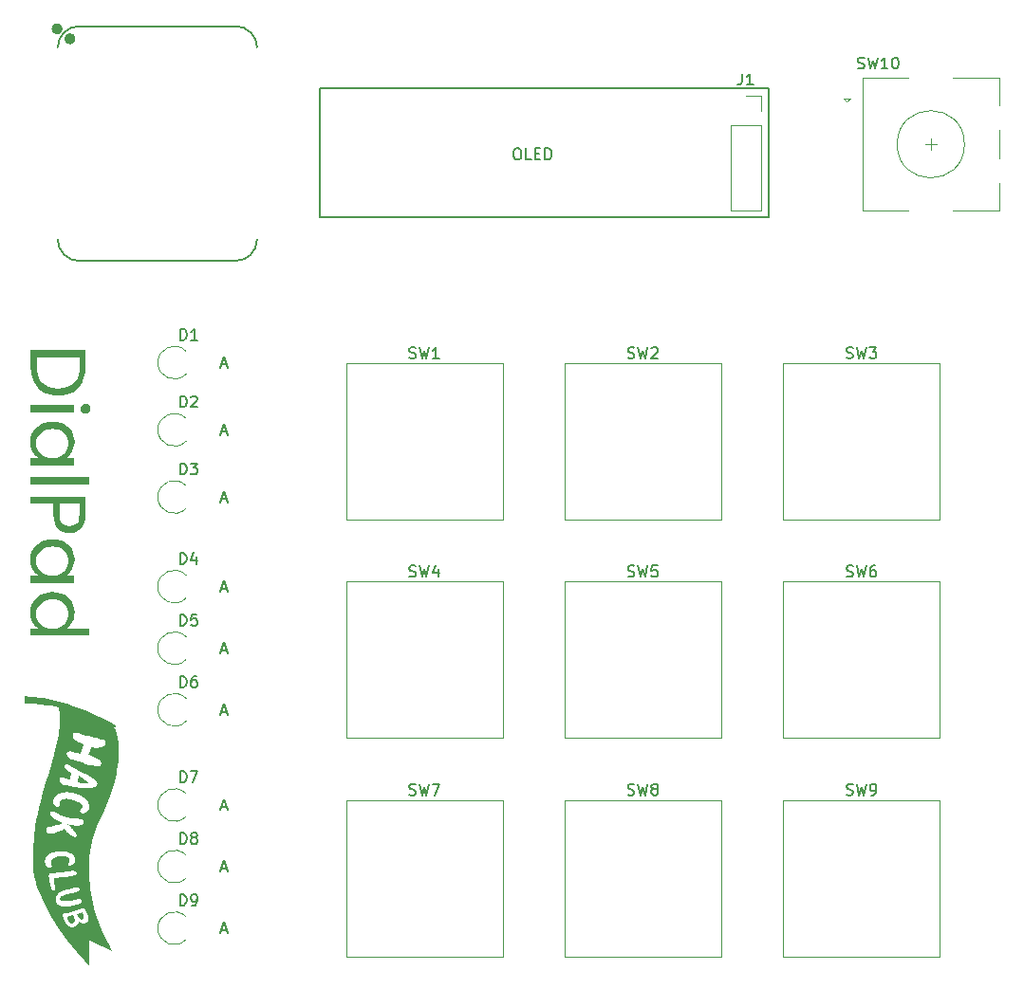
<source format=gbr>
%TF.GenerationSoftware,KiCad,Pcbnew,9.0.2*%
%TF.CreationDate,2025-07-03T21:35:02+02:00*%
%TF.ProjectId,dialpad,6469616c-7061-4642-9e6b-696361645f70,v1.0*%
%TF.SameCoordinates,Original*%
%TF.FileFunction,Legend,Top*%
%TF.FilePolarity,Positive*%
%FSLAX46Y46*%
G04 Gerber Fmt 4.6, Leading zero omitted, Abs format (unit mm)*
G04 Created by KiCad (PCBNEW 9.0.2) date 2025-07-03 21:35:02*
%MOMM*%
%LPD*%
G01*
G04 APERTURE LIST*
%ADD10C,0.150000*%
%ADD11C,0.000000*%
%ADD12C,0.120000*%
%ADD13C,0.127000*%
%ADD14C,0.100000*%
%ADD15C,0.504000*%
G04 APERTURE END LIST*
D10*
X183150000Y-68195000D02*
X183150000Y-79195000D01*
X143150000Y-68195000D02*
X143150000Y-79695000D01*
X183150000Y-68195000D02*
X143150000Y-68195000D01*
D11*
G36*
X122051202Y-141999782D02*
G01*
X122069129Y-142055912D01*
X122076971Y-142083321D01*
X122083896Y-142110190D01*
X122089777Y-142136444D01*
X122094488Y-142162006D01*
X122097902Y-142186799D01*
X122099892Y-142210747D01*
X122100375Y-142228741D01*
X122099861Y-142246141D01*
X122098290Y-142262912D01*
X122097089Y-142271050D01*
X122095602Y-142279018D01*
X122093820Y-142286810D01*
X122091737Y-142294423D01*
X122089345Y-142301852D01*
X122086636Y-142309092D01*
X122083603Y-142316139D01*
X122080238Y-142322988D01*
X122076535Y-142329636D01*
X122072485Y-142336076D01*
X122068081Y-142342306D01*
X122063315Y-142348320D01*
X122058181Y-142354114D01*
X122052670Y-142359684D01*
X122046775Y-142365024D01*
X122040488Y-142370131D01*
X122033803Y-142375000D01*
X122026712Y-142379627D01*
X122019206Y-142384006D01*
X122011280Y-142388135D01*
X122002924Y-142392007D01*
X121994132Y-142395619D01*
X121984897Y-142398966D01*
X121975210Y-142402043D01*
X121965065Y-142404847D01*
X121954453Y-142407372D01*
X121929853Y-142411245D01*
X121905666Y-142412079D01*
X121881916Y-142410065D01*
X121858627Y-142405393D01*
X121835823Y-142398256D01*
X121813528Y-142388845D01*
X121791766Y-142377350D01*
X121770563Y-142363964D01*
X121749940Y-142348877D01*
X121729924Y-142332280D01*
X121710538Y-142314366D01*
X121691806Y-142295324D01*
X121673752Y-142275347D01*
X121656400Y-142254626D01*
X121623902Y-142211715D01*
X121594503Y-142168123D01*
X121568397Y-142125378D01*
X121545777Y-142085012D01*
X121526837Y-142048554D01*
X121500767Y-141993482D01*
X121491734Y-141972405D01*
X121968148Y-141768967D01*
X122051202Y-141999782D01*
G37*
G36*
X119901815Y-123278810D02*
G01*
X119904818Y-123279148D01*
X119907843Y-123279694D01*
X119910883Y-123280453D01*
X121390332Y-123701748D01*
X122012898Y-123879033D01*
X124676886Y-125042630D01*
X124678258Y-125043250D01*
X124679594Y-125043896D01*
X124680893Y-125044572D01*
X124682157Y-125045278D01*
X124683386Y-125046016D01*
X124684581Y-125046789D01*
X124685741Y-125047599D01*
X124686867Y-125048447D01*
X124687959Y-125049336D01*
X124689018Y-125050268D01*
X124690044Y-125051244D01*
X124691038Y-125052267D01*
X124692000Y-125053338D01*
X124692930Y-125054459D01*
X124693829Y-125055634D01*
X124694697Y-125056863D01*
X124737402Y-125125659D01*
X124810029Y-125263385D01*
X124900749Y-125472248D01*
X124949198Y-125604044D01*
X124997734Y-125754451D01*
X125044879Y-125923746D01*
X125089155Y-126112203D01*
X125129082Y-126320097D01*
X125163182Y-126547706D01*
X125189977Y-126795305D01*
X125207987Y-127063168D01*
X125215735Y-127351573D01*
X125211741Y-127660794D01*
X125178708Y-128183831D01*
X125108121Y-128758941D01*
X125057005Y-129066347D01*
X124994412Y-129387162D01*
X124919647Y-129721514D01*
X124832014Y-130069533D01*
X124730816Y-130431349D01*
X124615358Y-130807092D01*
X124484944Y-131196891D01*
X124338877Y-131600876D01*
X124176463Y-132019178D01*
X123997004Y-132451925D01*
X123799806Y-132899248D01*
X123584172Y-133361275D01*
X123357419Y-133868021D01*
X123162150Y-134374204D01*
X122996891Y-134878999D01*
X122860168Y-135381577D01*
X122750506Y-135881112D01*
X122666431Y-136376778D01*
X122606469Y-136867746D01*
X122569146Y-137353191D01*
X122552986Y-137832285D01*
X122556517Y-138304201D01*
X122578263Y-138768112D01*
X122616750Y-139223191D01*
X122670505Y-139668612D01*
X122738052Y-140103547D01*
X122817918Y-140527169D01*
X122908628Y-140938652D01*
X123116683Y-141721890D01*
X123350423Y-142446646D01*
X123598055Y-143106304D01*
X123847783Y-143694249D01*
X124087813Y-144203863D01*
X124306352Y-144628533D01*
X124631775Y-145196572D01*
X124633452Y-145199680D01*
X124634724Y-145202898D01*
X124635609Y-145206211D01*
X124636123Y-145209600D01*
X124636281Y-145213049D01*
X124636101Y-145216540D01*
X124635599Y-145220057D01*
X124634791Y-145223581D01*
X124633694Y-145227097D01*
X124632324Y-145230587D01*
X124630697Y-145234033D01*
X124628830Y-145237419D01*
X124626739Y-145240727D01*
X124624440Y-145243941D01*
X124621950Y-145247042D01*
X124619286Y-145250015D01*
X124616463Y-145252841D01*
X124613499Y-145255504D01*
X124610409Y-145257987D01*
X124607209Y-145260272D01*
X124603917Y-145262342D01*
X124600548Y-145264180D01*
X124597120Y-145265769D01*
X124593647Y-145267092D01*
X124590148Y-145268131D01*
X124586637Y-145268870D01*
X124583132Y-145269291D01*
X124579649Y-145269377D01*
X124576204Y-145269111D01*
X124572813Y-145268476D01*
X124569494Y-145267455D01*
X124566262Y-145266030D01*
X122650054Y-144281609D01*
X122647207Y-144280260D01*
X122644335Y-144279122D01*
X122641444Y-144278191D01*
X122638543Y-144277462D01*
X122635638Y-144276931D01*
X122632736Y-144276594D01*
X122629847Y-144276446D01*
X122626977Y-144276482D01*
X122624133Y-144276699D01*
X122621324Y-144277092D01*
X122618557Y-144277656D01*
X122615839Y-144278387D01*
X122613178Y-144279280D01*
X122610581Y-144280332D01*
X122608057Y-144281537D01*
X122605612Y-144282892D01*
X122603254Y-144284391D01*
X122600990Y-144286031D01*
X122598829Y-144287807D01*
X122596778Y-144289715D01*
X122594844Y-144291750D01*
X122593034Y-144293907D01*
X122591357Y-144296183D01*
X122589820Y-144298573D01*
X122588430Y-144301072D01*
X122587196Y-144303676D01*
X122586123Y-144306381D01*
X122585221Y-144309182D01*
X122584497Y-144312075D01*
X122583957Y-144315055D01*
X122583611Y-144318118D01*
X122583464Y-144321259D01*
X122576886Y-145116584D01*
X122576912Y-145748224D01*
X122582926Y-146469636D01*
X122582840Y-146473470D01*
X122582487Y-146477192D01*
X122581878Y-146480797D01*
X122581025Y-146484277D01*
X122579942Y-146487627D01*
X122578640Y-146490838D01*
X122577132Y-146493906D01*
X122575428Y-146496823D01*
X122573543Y-146499583D01*
X122571487Y-146502178D01*
X122569273Y-146504604D01*
X122566914Y-146506852D01*
X122564421Y-146508917D01*
X122561806Y-146510792D01*
X122559082Y-146512470D01*
X122556261Y-146513944D01*
X122553355Y-146515209D01*
X122550376Y-146516258D01*
X122547336Y-146517084D01*
X122544248Y-146517680D01*
X122541123Y-146518040D01*
X122537975Y-146518157D01*
X122534814Y-146518025D01*
X122531653Y-146517638D01*
X122528505Y-146516988D01*
X122525382Y-146516069D01*
X122522295Y-146514874D01*
X122519257Y-146513398D01*
X122516279Y-146511633D01*
X122513376Y-146509573D01*
X122510557Y-146507211D01*
X122507836Y-146504540D01*
X122112103Y-146072032D01*
X121462977Y-145317834D01*
X120654821Y-144301537D01*
X120220596Y-143713724D01*
X119782000Y-143082734D01*
X119350828Y-142416015D01*
X119118637Y-142024288D01*
X120225855Y-142024288D01*
X120225907Y-142052880D01*
X120227313Y-142083253D01*
X120230055Y-142115113D01*
X120234118Y-142148167D01*
X120239486Y-142182123D01*
X120246141Y-142216687D01*
X120254067Y-142251567D01*
X120263249Y-142286469D01*
X120298916Y-142386805D01*
X120337089Y-142481042D01*
X120377631Y-142569052D01*
X120398746Y-142610682D01*
X120420402Y-142650707D01*
X120442581Y-142689111D01*
X120465265Y-142725878D01*
X120488437Y-142760992D01*
X120512081Y-142794438D01*
X120536179Y-142826198D01*
X120560713Y-142856258D01*
X120585666Y-142884600D01*
X120611022Y-142911210D01*
X120636762Y-142936070D01*
X120662870Y-142959166D01*
X120689328Y-142980481D01*
X120716119Y-142999998D01*
X120743226Y-143017703D01*
X120770631Y-143033578D01*
X120798317Y-143047609D01*
X120826268Y-143059778D01*
X120854465Y-143070070D01*
X120882891Y-143078469D01*
X120911529Y-143084959D01*
X120940362Y-143089524D01*
X120969373Y-143092148D01*
X120998544Y-143092814D01*
X121027858Y-143091508D01*
X121057297Y-143088212D01*
X121115385Y-143078106D01*
X121171524Y-143065038D01*
X121198798Y-143057424D01*
X121225507Y-143049106D01*
X121251625Y-143040095D01*
X121277125Y-143030405D01*
X121301983Y-143020047D01*
X121326172Y-143009032D01*
X121349666Y-142997375D01*
X121372439Y-142985085D01*
X121394465Y-142972175D01*
X121415719Y-142958659D01*
X121436174Y-142944546D01*
X121455804Y-142929850D01*
X121474583Y-142914583D01*
X121492486Y-142898757D01*
X121509486Y-142882383D01*
X121525558Y-142865474D01*
X121540676Y-142848042D01*
X121554813Y-142830099D01*
X121567943Y-142811658D01*
X121580041Y-142792729D01*
X121591081Y-142773325D01*
X121601037Y-142753459D01*
X121609882Y-142733143D01*
X121617592Y-142712387D01*
X121624139Y-142691205D01*
X121629498Y-142669609D01*
X121633643Y-142647611D01*
X121636548Y-142625222D01*
X121661755Y-142637215D01*
X121691306Y-142650424D01*
X121730415Y-142666856D01*
X121777778Y-142685321D01*
X121832088Y-142704632D01*
X121892041Y-142723600D01*
X121923726Y-142732584D01*
X121956332Y-142741036D01*
X121975407Y-142744187D01*
X121994641Y-142746605D01*
X122014000Y-142748303D01*
X122033450Y-142749296D01*
X122052958Y-142749599D01*
X122072491Y-142749226D01*
X122092015Y-142748191D01*
X122111497Y-142746509D01*
X122150201Y-142741259D01*
X122188337Y-142733592D01*
X122225636Y-142723622D01*
X122261832Y-142711465D01*
X122296658Y-142697234D01*
X122329847Y-142681046D01*
X122361132Y-142663015D01*
X122375976Y-142653344D01*
X122390245Y-142643256D01*
X122403904Y-142632764D01*
X122416920Y-142621883D01*
X122429259Y-142610627D01*
X122440889Y-142599012D01*
X122451776Y-142587050D01*
X122461886Y-142574757D01*
X122471186Y-142562146D01*
X122479643Y-142549233D01*
X122483547Y-142538030D01*
X122487201Y-142526728D01*
X122490607Y-142515327D01*
X122493763Y-142503825D01*
X122496670Y-142492222D01*
X122499329Y-142480517D01*
X122503902Y-142456798D01*
X122507485Y-142432663D01*
X122510080Y-142408105D01*
X122511688Y-142383118D01*
X122512312Y-142357697D01*
X122511405Y-142318741D01*
X122508289Y-142278771D01*
X122502968Y-142237765D01*
X122495450Y-142195702D01*
X122485740Y-142152560D01*
X122473843Y-142108317D01*
X122459764Y-142062953D01*
X122443511Y-142016445D01*
X122425087Y-141968772D01*
X122404500Y-141919911D01*
X122381754Y-141869843D01*
X122356855Y-141818544D01*
X122329808Y-141765994D01*
X122300620Y-141712170D01*
X122269296Y-141657052D01*
X122235842Y-141600617D01*
X122223083Y-141578624D01*
X122210537Y-141558287D01*
X122198200Y-141539546D01*
X122186065Y-141522343D01*
X122174129Y-141506615D01*
X122162385Y-141492305D01*
X122150828Y-141479351D01*
X122139454Y-141467693D01*
X122128257Y-141457272D01*
X122117231Y-141448028D01*
X122106372Y-141439900D01*
X122095675Y-141432828D01*
X122085133Y-141426754D01*
X122074742Y-141421616D01*
X122064497Y-141417354D01*
X122054392Y-141413910D01*
X122044423Y-141411221D01*
X122034583Y-141409230D01*
X122024869Y-141407875D01*
X122015274Y-141407097D01*
X122005793Y-141406835D01*
X121996421Y-141407030D01*
X121977984Y-141408551D01*
X121959920Y-141411177D01*
X121942189Y-141414431D01*
X121907555Y-141420899D01*
X121139222Y-141655636D01*
X120584344Y-141818264D01*
X120382508Y-141872746D01*
X120315277Y-141888510D01*
X120276135Y-141894807D01*
X120270265Y-141896173D01*
X120264768Y-141898607D01*
X120259643Y-141902073D01*
X120254886Y-141906532D01*
X120250497Y-141911950D01*
X120246473Y-141918289D01*
X120239511Y-141933584D01*
X120233985Y-141952124D01*
X120229878Y-141973617D01*
X120227173Y-141997769D01*
X120225855Y-142024288D01*
X119118637Y-142024288D01*
X118938877Y-141721017D01*
X118557940Y-141005189D01*
X118402425Y-140669800D01*
X119584242Y-140669800D01*
X119585796Y-140723208D01*
X119589464Y-140767432D01*
X119597901Y-140822411D01*
X119605368Y-140850316D01*
X119614099Y-140876836D01*
X119624042Y-140902016D01*
X119635143Y-140925901D01*
X119647351Y-140948534D01*
X119660613Y-140969959D01*
X119674877Y-140990221D01*
X119690090Y-141009364D01*
X119706199Y-141027431D01*
X119723152Y-141044468D01*
X119740897Y-141060517D01*
X119759381Y-141075623D01*
X119798357Y-141103182D01*
X119839660Y-141127499D01*
X119882869Y-141148926D01*
X119927566Y-141167816D01*
X119973329Y-141184521D01*
X120019741Y-141199395D01*
X120112825Y-141225058D01*
X120203461Y-141247628D01*
X120254902Y-141257041D01*
X120315802Y-141262419D01*
X120385118Y-141264038D01*
X120461803Y-141262176D01*
X120544814Y-141257108D01*
X120633106Y-141249113D01*
X120821356Y-141225444D01*
X121018194Y-141193382D01*
X121215264Y-141155143D01*
X121404209Y-141112940D01*
X121576672Y-141068986D01*
X121616310Y-141053524D01*
X121653702Y-141036976D01*
X121688804Y-141019450D01*
X121721571Y-141001056D01*
X121751960Y-140981904D01*
X121766248Y-140972078D01*
X121779926Y-140962103D01*
X121792986Y-140951994D01*
X121805424Y-140941763D01*
X121817235Y-140931425D01*
X121828412Y-140920994D01*
X121838950Y-140910482D01*
X121848844Y-140899904D01*
X121858087Y-140889273D01*
X121866676Y-140878603D01*
X121874603Y-140867908D01*
X121881864Y-140857202D01*
X121888452Y-140846497D01*
X121894363Y-140835808D01*
X121899591Y-140825149D01*
X121904131Y-140814533D01*
X121907976Y-140803974D01*
X121911121Y-140793485D01*
X121913561Y-140783081D01*
X121915290Y-140772775D01*
X121916303Y-140762580D01*
X121916594Y-140752511D01*
X121915599Y-140737128D01*
X121912824Y-140722133D01*
X121908246Y-140707578D01*
X121901847Y-140693514D01*
X121893604Y-140679992D01*
X121883498Y-140667064D01*
X121871508Y-140654781D01*
X121857612Y-140643194D01*
X121841791Y-140632355D01*
X121824024Y-140622316D01*
X121804290Y-140613127D01*
X121782568Y-140604840D01*
X121758838Y-140597507D01*
X121733079Y-140591179D01*
X121705270Y-140585906D01*
X121675391Y-140581742D01*
X121653915Y-140581893D01*
X121631462Y-140583363D01*
X121608025Y-140586052D01*
X121583593Y-140589861D01*
X121531713Y-140600438D01*
X121475754Y-140614295D01*
X121351315Y-140648653D01*
X121282696Y-140667558D01*
X121209719Y-140686547D01*
X121048745Y-140713194D01*
X120882980Y-140738505D01*
X120717296Y-140760037D01*
X120636008Y-140768620D01*
X120556568Y-140775342D01*
X120479586Y-140779895D01*
X120405671Y-140781975D01*
X120335433Y-140781276D01*
X120269479Y-140777491D01*
X120208421Y-140770316D01*
X120152867Y-140759444D01*
X120103426Y-140744570D01*
X120081188Y-140735537D01*
X120060708Y-140725388D01*
X120048242Y-140715999D01*
X120036738Y-140706013D01*
X120026186Y-140695468D01*
X120016580Y-140684404D01*
X120007911Y-140672860D01*
X120000172Y-140660876D01*
X119993356Y-140648490D01*
X119987454Y-140635743D01*
X119982459Y-140622672D01*
X119978363Y-140609318D01*
X119975159Y-140595720D01*
X119972839Y-140581916D01*
X119971395Y-140567946D01*
X119970820Y-140553850D01*
X119971106Y-140539666D01*
X119972245Y-140525434D01*
X119974230Y-140511193D01*
X119977053Y-140496982D01*
X119980706Y-140482841D01*
X119985182Y-140468808D01*
X119990473Y-140454924D01*
X119996571Y-140441226D01*
X120003468Y-140427755D01*
X120011158Y-140414549D01*
X120019632Y-140401648D01*
X120028883Y-140389092D01*
X120038903Y-140376918D01*
X120049684Y-140365168D01*
X120061218Y-140353878D01*
X120073499Y-140343090D01*
X120086518Y-140332843D01*
X120100268Y-140323174D01*
X120175689Y-140289620D01*
X120261373Y-140257246D01*
X120355572Y-140226003D01*
X120456538Y-140195840D01*
X120671782Y-140138553D01*
X120893124Y-140084980D01*
X121106583Y-140034716D01*
X121298177Y-139987358D01*
X121381406Y-139964643D01*
X121453925Y-139942502D01*
X121513987Y-139920886D01*
X121559845Y-139899743D01*
X121583269Y-139885682D01*
X121604336Y-139871090D01*
X121623104Y-139856035D01*
X121639631Y-139840589D01*
X121653975Y-139824818D01*
X121666195Y-139808794D01*
X121676349Y-139792585D01*
X121684494Y-139776261D01*
X121690688Y-139759890D01*
X121694991Y-139743543D01*
X121697458Y-139727288D01*
X121698150Y-139711195D01*
X121697123Y-139695333D01*
X121694437Y-139679771D01*
X121690148Y-139664579D01*
X121684315Y-139649826D01*
X121676996Y-139635581D01*
X121668249Y-139621914D01*
X121658132Y-139608893D01*
X121646703Y-139596589D01*
X121634021Y-139585070D01*
X121620143Y-139574406D01*
X121605127Y-139564666D01*
X121589032Y-139555919D01*
X121571915Y-139548235D01*
X121553834Y-139541683D01*
X121534848Y-139536332D01*
X121515015Y-139532252D01*
X121494392Y-139529511D01*
X121473038Y-139528180D01*
X121451011Y-139528327D01*
X121428368Y-139530022D01*
X121336779Y-139542259D01*
X121241036Y-139559891D01*
X121134506Y-139584198D01*
X121010554Y-139616459D01*
X120683849Y-139709955D01*
X120207848Y-139850609D01*
X120142485Y-139873605D01*
X120081747Y-139898925D01*
X120025472Y-139926383D01*
X119973496Y-139955795D01*
X119925654Y-139986976D01*
X119881783Y-140019742D01*
X119841719Y-140053907D01*
X119805298Y-140089287D01*
X119772355Y-140125698D01*
X119742728Y-140162953D01*
X119716252Y-140200869D01*
X119692763Y-140239261D01*
X119672097Y-140277943D01*
X119654091Y-140316732D01*
X119638581Y-140355442D01*
X119625402Y-140393888D01*
X119614391Y-140431886D01*
X119605383Y-140469252D01*
X119592725Y-140541344D01*
X119586115Y-140608686D01*
X119584242Y-140669800D01*
X118402425Y-140669800D01*
X118219815Y-140275979D01*
X117936295Y-139540837D01*
X117818699Y-139173369D01*
X117719177Y-138807211D01*
X117659195Y-138534262D01*
X118964857Y-138534262D01*
X118969171Y-138631769D01*
X118980697Y-138739519D01*
X118998044Y-138854034D01*
X119019819Y-138971835D01*
X119071090Y-139203386D01*
X119123377Y-139406350D01*
X119165546Y-139552902D01*
X119186465Y-139615220D01*
X119189758Y-139621926D01*
X119193176Y-139630932D01*
X119201199Y-139654669D01*
X119206211Y-139668810D01*
X119212163Y-139684073D01*
X119219257Y-139700164D01*
X119227698Y-139716787D01*
X119237689Y-139733649D01*
X119243330Y-139742077D01*
X119249435Y-139750454D01*
X119256029Y-139758744D01*
X119263138Y-139766909D01*
X119270788Y-139774912D01*
X119279003Y-139782717D01*
X119287810Y-139790288D01*
X119297233Y-139797586D01*
X119307299Y-139804575D01*
X119318032Y-139811219D01*
X119329459Y-139817481D01*
X119341604Y-139823324D01*
X119354494Y-139828710D01*
X119368153Y-139833604D01*
X119381685Y-139838373D01*
X119394729Y-139841284D01*
X119407280Y-139842420D01*
X119419333Y-139841864D01*
X119430881Y-139839700D01*
X119441919Y-139836011D01*
X119452440Y-139830881D01*
X119462439Y-139824391D01*
X119471910Y-139816627D01*
X119480847Y-139807671D01*
X119489244Y-139797606D01*
X119497096Y-139786517D01*
X119504396Y-139774485D01*
X119511138Y-139761595D01*
X119522928Y-139733573D01*
X119532418Y-139703116D01*
X119539560Y-139670892D01*
X119544309Y-139637567D01*
X119546617Y-139603807D01*
X119546438Y-139570279D01*
X119543724Y-139537650D01*
X119538429Y-139506586D01*
X119530505Y-139477753D01*
X119509138Y-139405920D01*
X119484259Y-139307180D01*
X119459176Y-139191658D01*
X119447593Y-139130768D01*
X119437201Y-139069478D01*
X119428412Y-139009054D01*
X119421641Y-138950762D01*
X119417301Y-138895867D01*
X119415807Y-138845634D01*
X119417571Y-138801329D01*
X119419804Y-138781795D01*
X119423007Y-138764218D01*
X119427232Y-138748755D01*
X119432530Y-138735565D01*
X119438953Y-138724807D01*
X119446553Y-138716637D01*
X119472694Y-138704224D01*
X119517013Y-138693978D01*
X119577584Y-138685458D01*
X119652483Y-138678221D01*
X120056856Y-138653281D01*
X120294960Y-138637030D01*
X120536478Y-138613546D01*
X120653705Y-138597988D01*
X120766010Y-138579296D01*
X120871468Y-138557030D01*
X120968155Y-138530747D01*
X121000750Y-138525206D01*
X121032053Y-138519384D01*
X121062082Y-138513291D01*
X121090854Y-138506940D01*
X121118388Y-138500341D01*
X121144700Y-138493505D01*
X121169809Y-138486442D01*
X121193733Y-138479164D01*
X121216489Y-138471682D01*
X121238094Y-138464006D01*
X121258567Y-138456148D01*
X121277925Y-138448119D01*
X121296186Y-138439928D01*
X121313368Y-138431588D01*
X121329488Y-138423109D01*
X121344564Y-138414503D01*
X121358614Y-138405779D01*
X121371655Y-138396950D01*
X121383706Y-138388025D01*
X121394784Y-138379016D01*
X121404906Y-138369934D01*
X121414090Y-138360790D01*
X121422355Y-138351594D01*
X121429717Y-138342358D01*
X121436195Y-138333093D01*
X121441806Y-138323809D01*
X121446568Y-138314517D01*
X121450499Y-138305229D01*
X121453616Y-138295954D01*
X121455937Y-138286705D01*
X121457480Y-138277492D01*
X121458262Y-138268326D01*
X121458260Y-138268326D01*
X121458250Y-138258009D01*
X121457311Y-138247782D01*
X121455470Y-138237661D01*
X121452753Y-138227662D01*
X121449185Y-138217800D01*
X121444792Y-138208092D01*
X121439600Y-138198554D01*
X121433635Y-138189201D01*
X121426923Y-138180049D01*
X121419488Y-138171114D01*
X121402558Y-138153960D01*
X121383052Y-138137866D01*
X121361174Y-138122958D01*
X121337133Y-138109364D01*
X121311133Y-138097210D01*
X121283383Y-138086625D01*
X121254088Y-138077735D01*
X121223454Y-138070667D01*
X121191688Y-138065549D01*
X121158997Y-138062507D01*
X121125586Y-138061669D01*
X121059592Y-138063480D01*
X120988871Y-138067575D01*
X120835460Y-138081600D01*
X120669776Y-138101704D01*
X120496239Y-138125849D01*
X120143291Y-138178107D01*
X119972722Y-138202142D01*
X119811986Y-138222062D01*
X119366071Y-138269273D01*
X119287120Y-138278528D01*
X119211084Y-138288768D01*
X119132913Y-138300997D01*
X119047558Y-138316216D01*
X119026648Y-138323859D01*
X119009106Y-138337974D01*
X118994759Y-138358128D01*
X118983433Y-138383886D01*
X118974954Y-138414813D01*
X118969147Y-138450475D01*
X118965840Y-138490436D01*
X118964857Y-138534262D01*
X117659195Y-138534262D01*
X117639205Y-138443295D01*
X117580257Y-138082551D01*
X117543806Y-137725911D01*
X117531329Y-137374306D01*
X117534164Y-137180474D01*
X118622823Y-137180474D01*
X118623522Y-137235715D01*
X118627734Y-137292515D01*
X118635500Y-137350861D01*
X118646073Y-137407719D01*
X118658569Y-137460171D01*
X118672843Y-137508376D01*
X118688750Y-137552495D01*
X118706144Y-137592686D01*
X118724881Y-137629109D01*
X118744815Y-137661922D01*
X118765802Y-137691284D01*
X118787695Y-137717356D01*
X118810349Y-137740296D01*
X118833620Y-137760264D01*
X118857363Y-137777418D01*
X118881431Y-137791917D01*
X118905681Y-137803922D01*
X118929966Y-137813591D01*
X118954142Y-137821083D01*
X118978063Y-137826557D01*
X119001584Y-137830174D01*
X119024560Y-137832091D01*
X119046846Y-137832468D01*
X119068296Y-137831465D01*
X119088766Y-137829240D01*
X119108110Y-137825952D01*
X119126183Y-137821762D01*
X119142840Y-137816827D01*
X119157936Y-137811308D01*
X119171324Y-137805363D01*
X119182862Y-137799152D01*
X119192402Y-137792833D01*
X119199800Y-137786567D01*
X119204911Y-137780512D01*
X119207589Y-137774827D01*
X119210286Y-137766453D01*
X119213672Y-137758482D01*
X119221382Y-137742101D01*
X119225144Y-137732865D01*
X119228470Y-137722382D01*
X119231077Y-137710238D01*
X119232685Y-137696023D01*
X119233012Y-137679322D01*
X119231777Y-137659723D01*
X119228699Y-137636814D01*
X119223496Y-137610182D01*
X119215888Y-137579414D01*
X119205592Y-137544098D01*
X119192328Y-137503820D01*
X119175814Y-137458169D01*
X119167322Y-137434108D01*
X119160078Y-137410416D01*
X119154095Y-137387087D01*
X119149385Y-137364115D01*
X119145963Y-137341495D01*
X119143842Y-137319219D01*
X119143033Y-137297283D01*
X119143551Y-137275680D01*
X119145407Y-137254405D01*
X119148617Y-137233451D01*
X119153192Y-137212813D01*
X119159145Y-137192485D01*
X119166489Y-137172461D01*
X119175239Y-137152734D01*
X119185406Y-137133300D01*
X119197003Y-137114152D01*
X119210045Y-137095284D01*
X119224543Y-137076690D01*
X119240511Y-137058364D01*
X119257962Y-137040301D01*
X119276909Y-137022495D01*
X119297364Y-137004939D01*
X119319342Y-136987628D01*
X119342855Y-136970556D01*
X119367916Y-136953717D01*
X119394539Y-136937104D01*
X119452519Y-136904537D01*
X119516901Y-136872807D01*
X119587788Y-136841866D01*
X119640822Y-136822302D01*
X119699064Y-136804192D01*
X119761808Y-136787834D01*
X119828348Y-136773527D01*
X119897978Y-136761569D01*
X119969994Y-136752257D01*
X120043687Y-136745890D01*
X120118354Y-136742767D01*
X120193287Y-136743185D01*
X120267782Y-136747443D01*
X120341132Y-136755839D01*
X120412631Y-136768671D01*
X120481573Y-136786237D01*
X120547253Y-136808836D01*
X120578649Y-136822116D01*
X120608965Y-136836765D01*
X120638112Y-136852822D01*
X120666003Y-136870324D01*
X120673883Y-136875762D01*
X120681407Y-136881178D01*
X120688588Y-136886569D01*
X120695434Y-136891929D01*
X120701956Y-136897256D01*
X120708164Y-136902544D01*
X120719681Y-136912987D01*
X120730068Y-136923225D01*
X120739407Y-136933224D01*
X120747781Y-136942951D01*
X120755273Y-136952371D01*
X120761964Y-136961451D01*
X120767939Y-136970157D01*
X120773280Y-136978455D01*
X120778068Y-136986310D01*
X120793360Y-137012635D01*
X120799603Y-137023535D01*
X120805062Y-137034434D01*
X120809773Y-137045312D01*
X120813770Y-137056151D01*
X120817089Y-137066933D01*
X120819764Y-137077638D01*
X120821829Y-137088249D01*
X120823321Y-137098747D01*
X120824274Y-137109112D01*
X120824722Y-137119327D01*
X120824701Y-137129374D01*
X120824245Y-137139232D01*
X120823390Y-137148884D01*
X120822170Y-137158311D01*
X120820620Y-137167495D01*
X120818776Y-137176416D01*
X120816671Y-137185057D01*
X120814341Y-137193398D01*
X120809145Y-137209109D01*
X120803466Y-137223399D01*
X120797585Y-137236120D01*
X120791779Y-137247123D01*
X120786329Y-137256258D01*
X120781512Y-137263378D01*
X120777609Y-137268334D01*
X120756953Y-137298097D01*
X120739113Y-137326341D01*
X120723991Y-137353080D01*
X120711493Y-137378329D01*
X120701521Y-137402104D01*
X120693979Y-137424419D01*
X120688770Y-137445290D01*
X120685800Y-137464730D01*
X120684970Y-137482756D01*
X120686185Y-137499383D01*
X120689349Y-137514624D01*
X120694365Y-137528496D01*
X120701136Y-137541012D01*
X120709568Y-137552189D01*
X120719562Y-137562041D01*
X120731023Y-137570583D01*
X120743854Y-137577830D01*
X120757960Y-137583797D01*
X120773244Y-137588499D01*
X120789609Y-137591951D01*
X120806959Y-137594167D01*
X120825198Y-137595164D01*
X120844230Y-137594955D01*
X120863957Y-137593556D01*
X120884285Y-137590982D01*
X120905116Y-137587248D01*
X120926354Y-137582368D01*
X120947903Y-137576358D01*
X120969666Y-137569233D01*
X120991548Y-137561007D01*
X121013452Y-137551696D01*
X121035281Y-137541314D01*
X121068545Y-137516807D01*
X121099871Y-137491747D01*
X121125586Y-137469322D01*
X121129232Y-137466143D01*
X121156604Y-137439999D01*
X121181962Y-137413323D01*
X121205281Y-137386123D01*
X121226536Y-137358404D01*
X121245704Y-137330173D01*
X121262758Y-137301438D01*
X121277674Y-137272205D01*
X121290427Y-137242481D01*
X121300992Y-137212272D01*
X121309344Y-137181586D01*
X121315459Y-137150430D01*
X121319312Y-137118809D01*
X121320878Y-137086732D01*
X121320498Y-137061472D01*
X121318707Y-137035945D01*
X121315493Y-137010152D01*
X121310846Y-136984097D01*
X121304752Y-136957783D01*
X121297202Y-136931213D01*
X121288183Y-136904390D01*
X121277683Y-136877318D01*
X121265692Y-136849999D01*
X121252197Y-136822437D01*
X121237187Y-136794634D01*
X121220651Y-136766594D01*
X121202577Y-136738320D01*
X121182954Y-136709814D01*
X121161769Y-136681081D01*
X121139012Y-136652123D01*
X121097428Y-136613299D01*
X121051496Y-136576420D01*
X121001189Y-136541588D01*
X120946480Y-136508905D01*
X120887344Y-136478473D01*
X120823754Y-136450395D01*
X120755682Y-136424772D01*
X120683103Y-136401706D01*
X120605991Y-136381301D01*
X120524317Y-136363656D01*
X120438057Y-136348876D01*
X120347183Y-136337061D01*
X120251669Y-136328315D01*
X120151488Y-136322738D01*
X120046614Y-136320434D01*
X119937020Y-136321503D01*
X119854576Y-136325268D01*
X119774396Y-136331008D01*
X119696525Y-136338710D01*
X119621004Y-136348359D01*
X119547877Y-136359942D01*
X119477187Y-136373442D01*
X119408976Y-136388847D01*
X119343289Y-136406142D01*
X119280168Y-136425313D01*
X119219655Y-136446344D01*
X119161794Y-136469222D01*
X119106629Y-136493933D01*
X119054201Y-136520462D01*
X119004554Y-136548795D01*
X118957731Y-136578917D01*
X118913776Y-136610814D01*
X118872730Y-136644472D01*
X118834637Y-136679876D01*
X118799541Y-136717012D01*
X118767483Y-136755866D01*
X118738508Y-136796423D01*
X118712658Y-136838668D01*
X118689976Y-136882589D01*
X118670505Y-136928170D01*
X118654288Y-136975396D01*
X118641368Y-137024254D01*
X118631789Y-137074730D01*
X118625593Y-137126808D01*
X118622823Y-137180474D01*
X117534164Y-137180474D01*
X117542028Y-136642879D01*
X117572989Y-135951301D01*
X117622503Y-135296301D01*
X117688862Y-134674608D01*
X117719693Y-134450783D01*
X118716024Y-134450783D01*
X118716120Y-134478461D01*
X118719115Y-134505837D01*
X118725132Y-134532716D01*
X118734293Y-134558897D01*
X118746722Y-134584184D01*
X118762542Y-134608378D01*
X118781875Y-134631282D01*
X118804845Y-134652697D01*
X118831575Y-134672425D01*
X118862188Y-134690268D01*
X118896806Y-134706029D01*
X118935552Y-134719508D01*
X118978551Y-134730509D01*
X119025924Y-134738833D01*
X119077794Y-134744283D01*
X119134285Y-134746659D01*
X119218521Y-134736492D01*
X119309889Y-134721061D01*
X119408423Y-134700232D01*
X119514159Y-134673873D01*
X119627128Y-134641849D01*
X119747366Y-134604028D01*
X119874906Y-134560276D01*
X120009781Y-134510461D01*
X120046614Y-134496873D01*
X120052610Y-134494662D01*
X120097251Y-134476588D01*
X120149469Y-134453219D01*
X120176566Y-134439898D01*
X120203334Y-134425673D01*
X120229032Y-134410682D01*
X120252917Y-134395066D01*
X120274250Y-134378963D01*
X120283727Y-134370773D01*
X120292288Y-134362513D01*
X120299840Y-134354202D01*
X120306290Y-134345857D01*
X120311547Y-134337494D01*
X120315516Y-134329133D01*
X120417543Y-134428843D01*
X120527266Y-134532317D01*
X120660299Y-134652724D01*
X120804768Y-134775956D01*
X120877581Y-134834222D01*
X120948800Y-134887903D01*
X121016942Y-134935236D01*
X121080521Y-134974457D01*
X121138055Y-135003802D01*
X121164091Y-135014220D01*
X121188059Y-135021508D01*
X121234931Y-135031202D01*
X121279221Y-135036423D01*
X121320173Y-135036878D01*
X121339161Y-135035227D01*
X121357031Y-135032273D01*
X121373687Y-135027981D01*
X121389036Y-135022313D01*
X121402983Y-135015233D01*
X121415432Y-135006704D01*
X121426291Y-134996689D01*
X121435463Y-134985152D01*
X121442854Y-134972056D01*
X121448370Y-134957363D01*
X121451916Y-134941037D01*
X121453397Y-134923042D01*
X121452718Y-134903341D01*
X121449786Y-134881896D01*
X121444505Y-134858671D01*
X121436781Y-134833630D01*
X121426520Y-134806735D01*
X121413625Y-134777949D01*
X121398004Y-134747237D01*
X121379561Y-134714561D01*
X121358201Y-134679884D01*
X121333831Y-134643170D01*
X121306355Y-134604382D01*
X121275678Y-134563483D01*
X121241707Y-134520436D01*
X121204346Y-134475205D01*
X121166081Y-134430140D01*
X121129448Y-134387565D01*
X121094422Y-134347410D01*
X121060974Y-134309607D01*
X121029077Y-134274086D01*
X120998703Y-134240777D01*
X120969826Y-134209610D01*
X120942417Y-134180517D01*
X120916449Y-134153428D01*
X120891895Y-134128273D01*
X120868727Y-134104983D01*
X120846919Y-134083488D01*
X120826441Y-134063719D01*
X120807268Y-134045606D01*
X120789371Y-134029080D01*
X120772723Y-134014072D01*
X120743064Y-133988330D01*
X120718072Y-133967823D01*
X120697528Y-133951997D01*
X120681211Y-133940294D01*
X120668903Y-133932160D01*
X120660383Y-133927038D01*
X120653830Y-133923608D01*
X120742185Y-133941787D01*
X120841149Y-133960174D01*
X120966430Y-133980902D01*
X121110375Y-134001081D01*
X121265330Y-134017817D01*
X121344545Y-134023991D01*
X121423641Y-134028220D01*
X121473038Y-134029437D01*
X121501664Y-134030142D01*
X121577654Y-134029397D01*
X121604639Y-134031456D01*
X121631273Y-134032134D01*
X121657523Y-134031481D01*
X121683354Y-134029549D01*
X121708733Y-134026390D01*
X121733626Y-134022054D01*
X121758000Y-134016594D01*
X121781821Y-134010059D01*
X121805055Y-134002502D01*
X121827669Y-133993975D01*
X121849628Y-133984527D01*
X121870899Y-133974211D01*
X121891448Y-133963078D01*
X121911242Y-133951180D01*
X121930246Y-133938567D01*
X121948428Y-133925291D01*
X121965753Y-133911403D01*
X121982187Y-133896955D01*
X121997697Y-133881998D01*
X122005793Y-133873423D01*
X122012250Y-133866583D01*
X122025811Y-133850762D01*
X122038346Y-133834586D01*
X122049823Y-133818106D01*
X122060207Y-133801374D01*
X122069464Y-133784440D01*
X122077561Y-133767357D01*
X122084465Y-133750176D01*
X122090140Y-133732947D01*
X122094555Y-133715723D01*
X122097674Y-133698555D01*
X122099464Y-133681493D01*
X122099892Y-133664590D01*
X122099070Y-133649405D01*
X122097067Y-133634433D01*
X122093858Y-133619711D01*
X122089419Y-133605278D01*
X122083723Y-133591173D01*
X122076747Y-133577435D01*
X122072771Y-133570715D01*
X122068465Y-133564101D01*
X122063826Y-133557598D01*
X122058851Y-133551211D01*
X122053537Y-133544944D01*
X122047881Y-133538803D01*
X122041880Y-133532791D01*
X122035530Y-133526915D01*
X122028828Y-133521178D01*
X122021771Y-133515586D01*
X122006582Y-133504854D01*
X121989935Y-133494759D01*
X121971806Y-133485338D01*
X121952170Y-133476630D01*
X121931002Y-133468674D01*
X121845163Y-133444414D01*
X121758223Y-133426723D01*
X121669650Y-133414289D01*
X121578911Y-133405798D01*
X121183654Y-133384991D01*
X121074103Y-133376511D01*
X120959193Y-133364093D01*
X120838392Y-133346422D01*
X120711167Y-133322185D01*
X120576987Y-133290069D01*
X120435318Y-133248760D01*
X120285629Y-133196945D01*
X120127387Y-133133309D01*
X120085702Y-133115187D01*
X120040622Y-133094506D01*
X119943269Y-133047351D01*
X119841306Y-132995616D01*
X119740713Y-132943071D01*
X119471613Y-132800194D01*
X119435385Y-132782628D01*
X119400238Y-132768627D01*
X119366310Y-132758083D01*
X119333738Y-132750890D01*
X119302662Y-132746941D01*
X119273219Y-132746128D01*
X119245547Y-132748346D01*
X119219785Y-132753487D01*
X119196070Y-132761444D01*
X119174541Y-132772110D01*
X119155336Y-132785378D01*
X119138592Y-132801142D01*
X119124449Y-132819294D01*
X119113044Y-132839727D01*
X119104516Y-132862335D01*
X119099002Y-132887010D01*
X119096641Y-132913646D01*
X119097570Y-132942136D01*
X119101928Y-132972373D01*
X119109853Y-133004249D01*
X119121484Y-133037658D01*
X119136957Y-133072493D01*
X119156412Y-133108648D01*
X119179987Y-133146014D01*
X119207819Y-133184485D01*
X119240046Y-133223955D01*
X119276808Y-133264316D01*
X119318242Y-133305461D01*
X119364486Y-133347284D01*
X119415678Y-133389677D01*
X119471956Y-133432534D01*
X119533459Y-133475747D01*
X119565529Y-133496856D01*
X119602372Y-133518034D01*
X119643045Y-133539084D01*
X119686604Y-133559809D01*
X119732104Y-133580010D01*
X119778601Y-133599491D01*
X119870810Y-133635501D01*
X119955676Y-133666258D01*
X120025648Y-133690184D01*
X120090689Y-133711220D01*
X120113333Y-133912423D01*
X119685121Y-134005367D01*
X119320819Y-134077800D01*
X119150985Y-134107748D01*
X119008357Y-134128655D01*
X118978799Y-134134211D01*
X118950173Y-134142634D01*
X118922601Y-134153727D01*
X118896205Y-134167291D01*
X118871109Y-134183130D01*
X118847437Y-134201044D01*
X118825310Y-134220836D01*
X118804851Y-134242307D01*
X118786185Y-134265260D01*
X118769434Y-134289497D01*
X118754720Y-134314819D01*
X118742167Y-134341029D01*
X118731898Y-134367928D01*
X118724036Y-134395319D01*
X118718704Y-134423004D01*
X118716024Y-134450783D01*
X117719693Y-134450783D01*
X117770360Y-134082954D01*
X117865287Y-133518066D01*
X117971937Y-132976674D01*
X118088601Y-132455508D01*
X118210249Y-131964707D01*
X119356875Y-131964707D01*
X119373161Y-132014777D01*
X119390537Y-132060618D01*
X119408900Y-132102385D01*
X119428148Y-132140233D01*
X119448176Y-132174316D01*
X119468883Y-132204789D01*
X119490165Y-132231806D01*
X119511918Y-132255521D01*
X119534040Y-132276089D01*
X119556428Y-132293664D01*
X119578979Y-132308402D01*
X119601589Y-132320455D01*
X119624156Y-132329979D01*
X119646576Y-132337129D01*
X119668746Y-132342058D01*
X119690564Y-132344921D01*
X119711926Y-132345873D01*
X119732729Y-132345067D01*
X119752871Y-132342659D01*
X119772247Y-132338803D01*
X119790755Y-132333654D01*
X119808292Y-132327365D01*
X119824755Y-132320091D01*
X119840040Y-132311988D01*
X119854045Y-132303208D01*
X119866667Y-132293907D01*
X119877802Y-132284239D01*
X119887347Y-132274359D01*
X119895200Y-132264421D01*
X119901258Y-132254579D01*
X119905416Y-132244988D01*
X119907572Y-132235802D01*
X119908972Y-132188436D01*
X119909737Y-132137898D01*
X119911676Y-132085063D01*
X119913651Y-132058058D01*
X119916597Y-132030808D01*
X119920741Y-132003422D01*
X119926308Y-131976010D01*
X119933525Y-131948681D01*
X119942618Y-131921544D01*
X119953812Y-131894710D01*
X119960268Y-131881440D01*
X119967334Y-131868287D01*
X119975038Y-131855265D01*
X119983409Y-131842387D01*
X119992475Y-131829666D01*
X120002265Y-131817116D01*
X120020093Y-131796763D01*
X120039469Y-131777918D01*
X120060302Y-131760534D01*
X120082501Y-131744565D01*
X120105976Y-131729963D01*
X120130638Y-131716682D01*
X120156396Y-131704675D01*
X120183159Y-131693894D01*
X120239344Y-131675823D01*
X120298470Y-131662095D01*
X120359815Y-131652332D01*
X120422660Y-131646160D01*
X120486282Y-131643201D01*
X120549959Y-131643081D01*
X120612971Y-131645422D01*
X120674595Y-131649849D01*
X120734111Y-131655985D01*
X120790797Y-131663456D01*
X120892794Y-131680894D01*
X121065602Y-131730623D01*
X121161177Y-131760399D01*
X121260051Y-131793472D01*
X121360110Y-131829862D01*
X121459245Y-131869585D01*
X121555342Y-131912661D01*
X121646291Y-131959107D01*
X121689175Y-131983600D01*
X121729979Y-132008942D01*
X121768441Y-132035136D01*
X121804295Y-132062183D01*
X121837279Y-132090087D01*
X121867128Y-132118849D01*
X121893577Y-132148472D01*
X121916364Y-132178958D01*
X121935224Y-132210310D01*
X121949894Y-132242528D01*
X121960108Y-132275617D01*
X121965604Y-132309578D01*
X121966117Y-132344413D01*
X121961383Y-132380124D01*
X121951139Y-132416715D01*
X121935120Y-132454186D01*
X121907358Y-132476724D01*
X121882161Y-132498827D01*
X121859444Y-132520486D01*
X121839120Y-132541690D01*
X121821104Y-132562430D01*
X121805310Y-132582696D01*
X121791651Y-132602477D01*
X121780042Y-132621764D01*
X121770397Y-132640546D01*
X121762629Y-132658814D01*
X121756654Y-132676558D01*
X121752383Y-132693768D01*
X121749733Y-132710433D01*
X121748617Y-132726544D01*
X121748948Y-132742090D01*
X121750641Y-132757063D01*
X121753610Y-132771451D01*
X121757769Y-132785245D01*
X121763032Y-132798434D01*
X121769313Y-132811010D01*
X121776526Y-132822961D01*
X121784584Y-132834278D01*
X121793403Y-132844951D01*
X121802896Y-132854969D01*
X121812977Y-132864324D01*
X121823560Y-132873004D01*
X121834559Y-132881001D01*
X121845888Y-132888303D01*
X121857461Y-132894901D01*
X121869193Y-132900785D01*
X121880997Y-132905945D01*
X121892787Y-132910371D01*
X121913486Y-132916819D01*
X121935529Y-132921962D01*
X121958782Y-132925774D01*
X121983110Y-132928230D01*
X122008381Y-132929303D01*
X122034459Y-132928969D01*
X122061212Y-132927201D01*
X122088506Y-132923974D01*
X122116206Y-132919263D01*
X122144179Y-132913041D01*
X122172292Y-132905284D01*
X122200409Y-132895965D01*
X122228399Y-132885059D01*
X122256126Y-132872540D01*
X122283458Y-132858383D01*
X122310259Y-132842561D01*
X122336397Y-132825051D01*
X122361738Y-132805825D01*
X122386148Y-132784858D01*
X122409492Y-132762125D01*
X122431638Y-132737599D01*
X122452452Y-132711256D01*
X122471799Y-132683070D01*
X122489546Y-132653015D01*
X122505559Y-132621065D01*
X122519705Y-132587195D01*
X122531849Y-132551379D01*
X122541858Y-132513592D01*
X122549598Y-132473808D01*
X122554935Y-132432001D01*
X122557736Y-132388146D01*
X122557866Y-132342217D01*
X122557868Y-132342217D01*
X122557432Y-132329619D01*
X122556791Y-132316874D01*
X122555944Y-132303980D01*
X122554889Y-132290937D01*
X122553624Y-132277743D01*
X122552149Y-132264396D01*
X122550461Y-132250894D01*
X122548560Y-132237237D01*
X122543737Y-132159271D01*
X122530779Y-132084511D01*
X122510228Y-132012908D01*
X122482629Y-131944415D01*
X122448525Y-131878983D01*
X122408460Y-131816566D01*
X122362976Y-131757114D01*
X122312619Y-131700580D01*
X122257931Y-131646917D01*
X122199456Y-131596076D01*
X122137737Y-131548009D01*
X122073318Y-131502669D01*
X122006743Y-131460007D01*
X121938555Y-131419976D01*
X121799515Y-131347614D01*
X121660547Y-131285200D01*
X121525999Y-131232352D01*
X121400220Y-131188685D01*
X121287559Y-131153816D01*
X121118983Y-131108943D01*
X121055060Y-131094666D01*
X120934835Y-131076095D01*
X120801249Y-131061756D01*
X120633520Y-131051938D01*
X120540329Y-131050573D01*
X120442776Y-131052556D01*
X120342253Y-131058628D01*
X120240149Y-131069529D01*
X120137857Y-131085996D01*
X120036767Y-131108771D01*
X119938271Y-131138593D01*
X119843760Y-131176202D01*
X119800750Y-131195997D01*
X119760416Y-131217358D01*
X119722670Y-131240158D01*
X119687424Y-131264273D01*
X119654589Y-131289578D01*
X119624078Y-131315946D01*
X119595802Y-131343253D01*
X119569672Y-131371374D01*
X119545600Y-131400182D01*
X119523498Y-131429554D01*
X119503277Y-131459364D01*
X119484850Y-131489487D01*
X119468128Y-131519796D01*
X119453023Y-131550168D01*
X119439445Y-131580477D01*
X119427308Y-131610597D01*
X119407000Y-131669772D01*
X119391392Y-131726690D01*
X119379777Y-131780350D01*
X119371449Y-131829750D01*
X119361828Y-131911760D01*
X119356875Y-131964707D01*
X118210249Y-131964707D01*
X118213572Y-131951298D01*
X118345142Y-131460773D01*
X118621250Y-130507694D01*
X118795264Y-129929162D01*
X119907212Y-129929162D01*
X119909263Y-129956509D01*
X119914067Y-129984710D01*
X119921647Y-130013607D01*
X119932027Y-130043041D01*
X119945232Y-130072855D01*
X119961286Y-130102890D01*
X119980212Y-130132988D01*
X120002035Y-130162990D01*
X120026778Y-130192737D01*
X120054465Y-130222073D01*
X120085121Y-130250837D01*
X120118769Y-130278873D01*
X120155434Y-130306021D01*
X120195139Y-130332123D01*
X120235369Y-130351009D01*
X120310003Y-130376966D01*
X120540329Y-130441596D01*
X120548368Y-130443852D01*
X120881985Y-130520296D01*
X121282609Y-130593815D01*
X121499222Y-130625575D01*
X121721994Y-130651923D01*
X121947394Y-130671298D01*
X122171892Y-130682138D01*
X122391957Y-130682884D01*
X122604058Y-130671974D01*
X122804664Y-130647849D01*
X122990244Y-130608948D01*
X123017136Y-130594388D01*
X123043947Y-130579351D01*
X123070457Y-130563912D01*
X123096450Y-130548142D01*
X123121708Y-130532114D01*
X123146012Y-130515902D01*
X123169144Y-130499579D01*
X123190887Y-130483217D01*
X123211022Y-130466889D01*
X123229331Y-130450669D01*
X123245597Y-130434630D01*
X123252895Y-130426700D01*
X123259601Y-130418843D01*
X123265686Y-130411068D01*
X123271125Y-130403383D01*
X123275889Y-130395798D01*
X123279952Y-130388322D01*
X123283285Y-130380964D01*
X123285862Y-130373733D01*
X123287656Y-130366638D01*
X123288640Y-130359688D01*
X123289436Y-130351687D01*
X123290119Y-130343609D01*
X123290667Y-130335449D01*
X123291058Y-130327203D01*
X123291129Y-130295569D01*
X123288846Y-130262947D01*
X123283913Y-130229443D01*
X123276035Y-130195164D01*
X123264915Y-130160215D01*
X123250258Y-130124704D01*
X123231767Y-130088738D01*
X123209147Y-130052421D01*
X123182101Y-130015862D01*
X123166826Y-129997525D01*
X123150334Y-129979166D01*
X123132587Y-129960801D01*
X123113549Y-129942441D01*
X123093182Y-129924100D01*
X123071450Y-129905792D01*
X123048316Y-129887530D01*
X123023742Y-129869326D01*
X122997692Y-129851195D01*
X122970128Y-129833150D01*
X122941014Y-129815204D01*
X122910313Y-129797370D01*
X122844000Y-129762093D01*
X122368194Y-129512529D01*
X121799803Y-129205863D01*
X121240716Y-128899188D01*
X120792822Y-128649598D01*
X120754665Y-128627990D01*
X120716824Y-128610300D01*
X120679542Y-128596411D01*
X120643063Y-128586207D01*
X120607630Y-128579569D01*
X120573484Y-128576381D01*
X120540870Y-128576526D01*
X120510030Y-128579887D01*
X120481208Y-128586345D01*
X120454645Y-128595786D01*
X120430586Y-128608090D01*
X120409272Y-128623141D01*
X120390947Y-128640823D01*
X120375855Y-128661017D01*
X120364237Y-128683606D01*
X120356336Y-128708475D01*
X120352397Y-128735505D01*
X120352661Y-128764579D01*
X120357372Y-128795580D01*
X120366772Y-128828391D01*
X120381104Y-128862896D01*
X120400613Y-128898976D01*
X120425539Y-128936515D01*
X120456127Y-128975395D01*
X120492618Y-129015500D01*
X120535258Y-129056712D01*
X120584287Y-129098914D01*
X120639949Y-129141990D01*
X120702487Y-129185821D01*
X120772144Y-129230291D01*
X120849163Y-129275283D01*
X120933787Y-129320679D01*
X120864693Y-129939126D01*
X120697408Y-129883115D01*
X120521513Y-129826724D01*
X120313637Y-129763520D01*
X120270244Y-129748413D01*
X120229172Y-129737010D01*
X120190444Y-129729153D01*
X120154085Y-129724684D01*
X120120119Y-129723444D01*
X120088569Y-129725276D01*
X120059461Y-129730020D01*
X120032817Y-129737519D01*
X120008661Y-129747613D01*
X119987019Y-129760146D01*
X119967913Y-129774957D01*
X119951367Y-129791890D01*
X119937407Y-129810786D01*
X119926055Y-129831486D01*
X119917335Y-129853832D01*
X119911272Y-129877665D01*
X119907890Y-129902828D01*
X119907212Y-129929162D01*
X118795264Y-129929162D01*
X118903262Y-129570109D01*
X119177516Y-128621854D01*
X119273219Y-128267146D01*
X119417470Y-127732504D01*
X119444534Y-127624098D01*
X120564838Y-127624098D01*
X120566394Y-127657162D01*
X120571774Y-127691255D01*
X120573484Y-127697783D01*
X120580906Y-127726107D01*
X120593721Y-127761446D01*
X120610150Y-127797001D01*
X120630120Y-127832501D01*
X120653564Y-127867675D01*
X120680409Y-127902252D01*
X120710587Y-127935961D01*
X120744027Y-127968531D01*
X120780658Y-127999692D01*
X120820411Y-128029171D01*
X120863216Y-128056698D01*
X120909001Y-128082001D01*
X120957698Y-128104811D01*
X121009236Y-128124856D01*
X121949692Y-128421604D01*
X122269664Y-128516912D01*
X122588578Y-128606129D01*
X122888932Y-128681989D01*
X123153225Y-128737221D01*
X123191555Y-128751056D01*
X123229491Y-128760661D01*
X123266852Y-128766232D01*
X123303453Y-128767968D01*
X123339111Y-128766065D01*
X123373642Y-128760719D01*
X123406864Y-128752128D01*
X123438592Y-128740489D01*
X123468644Y-128725999D01*
X123496835Y-128708855D01*
X123522983Y-128689253D01*
X123546904Y-128667391D01*
X123568414Y-128643466D01*
X123587330Y-128617674D01*
X123603469Y-128590213D01*
X123616646Y-128561279D01*
X123626680Y-128531070D01*
X123633386Y-128499782D01*
X123636580Y-128467613D01*
X123636080Y-128434759D01*
X123631702Y-128401417D01*
X123623262Y-128367785D01*
X123610578Y-128334059D01*
X123593464Y-128300437D01*
X123571740Y-128267114D01*
X123545219Y-128234289D01*
X123513720Y-128202158D01*
X123477059Y-128170918D01*
X123435053Y-128140766D01*
X123387517Y-128111899D01*
X123334268Y-128084514D01*
X123275124Y-128058808D01*
X123226162Y-128031336D01*
X123171600Y-128002261D01*
X123050513Y-127941167D01*
X122921531Y-127879251D01*
X122794321Y-127820239D01*
X122583889Y-127725827D01*
X122496558Y-127687733D01*
X122619044Y-127363983D01*
X122665915Y-127244543D01*
X122708714Y-127139784D01*
X122742152Y-127064746D01*
X122753710Y-127043073D01*
X122757909Y-127037020D01*
X122760945Y-127034470D01*
X122767408Y-127032407D01*
X122774459Y-127030922D01*
X122790238Y-127029555D01*
X122808114Y-127030106D01*
X122827919Y-127032310D01*
X122849484Y-127035905D01*
X122872641Y-127040626D01*
X122923062Y-127052396D01*
X122977836Y-127065510D01*
X123035619Y-127077861D01*
X123065219Y-127083092D01*
X123095067Y-127087341D01*
X123124995Y-127090344D01*
X123154835Y-127091840D01*
X123211604Y-127089202D01*
X123266197Y-127085462D01*
X123318642Y-127080658D01*
X123368964Y-127074830D01*
X123417191Y-127068016D01*
X123463348Y-127060255D01*
X123507463Y-127051585D01*
X123549562Y-127042045D01*
X123589672Y-127031674D01*
X123627818Y-127020511D01*
X123664028Y-127008594D01*
X123698328Y-126995963D01*
X123730745Y-126982655D01*
X123761305Y-126968709D01*
X123790035Y-126954165D01*
X123816962Y-126939061D01*
X123842111Y-126923436D01*
X123865510Y-126907328D01*
X123887185Y-126890777D01*
X123907162Y-126873820D01*
X123925469Y-126856497D01*
X123942131Y-126838846D01*
X123957175Y-126820906D01*
X123970629Y-126802716D01*
X123982517Y-126784315D01*
X123992868Y-126765741D01*
X124001707Y-126747032D01*
X124009060Y-126728229D01*
X124014956Y-126709369D01*
X124019419Y-126690491D01*
X124022478Y-126671634D01*
X124024157Y-126652837D01*
X124024527Y-126638283D01*
X124024092Y-126623807D01*
X124022864Y-126609427D01*
X124020855Y-126595162D01*
X124018079Y-126581029D01*
X124014547Y-126567047D01*
X124010272Y-126553234D01*
X124005267Y-126539608D01*
X123999545Y-126526188D01*
X123993116Y-126512991D01*
X123985995Y-126500036D01*
X123978194Y-126487341D01*
X123969725Y-126474924D01*
X123960600Y-126462804D01*
X123950833Y-126450998D01*
X123940435Y-126439524D01*
X123929420Y-126428402D01*
X123917799Y-126417649D01*
X123905585Y-126407283D01*
X123892791Y-126397322D01*
X123879430Y-126387786D01*
X123865513Y-126378691D01*
X123851053Y-126370056D01*
X123836063Y-126361899D01*
X123820555Y-126354239D01*
X123804542Y-126347094D01*
X123788036Y-126340481D01*
X123771049Y-126334420D01*
X123753595Y-126328928D01*
X123735686Y-126324023D01*
X123717334Y-126319724D01*
X123698552Y-126316048D01*
X123395129Y-126258733D01*
X123210835Y-126220064D01*
X123005981Y-126173584D01*
X122781439Y-126118443D01*
X122538080Y-126053788D01*
X122276776Y-125978767D01*
X121998398Y-125892529D01*
X121888233Y-125848672D01*
X121786173Y-125812538D01*
X121692015Y-125783761D01*
X121605555Y-125761974D01*
X121526590Y-125746810D01*
X121454917Y-125737903D01*
X121390332Y-125734887D01*
X121332633Y-125737394D01*
X121281615Y-125745059D01*
X121237076Y-125757514D01*
X121198812Y-125774394D01*
X121166620Y-125795332D01*
X121140297Y-125819961D01*
X121119638Y-125847914D01*
X121104442Y-125878826D01*
X121094504Y-125912329D01*
X121089622Y-125948058D01*
X121089591Y-125985645D01*
X121094209Y-126024724D01*
X121103272Y-126064929D01*
X121116577Y-126105892D01*
X121133921Y-126147249D01*
X121155101Y-126188631D01*
X121179912Y-126229672D01*
X121208152Y-126270007D01*
X121239617Y-126309267D01*
X121274104Y-126347088D01*
X121311410Y-126383102D01*
X121351332Y-126416942D01*
X121393665Y-126448243D01*
X121438207Y-126476638D01*
X121484755Y-126501759D01*
X121693851Y-126610895D01*
X121881181Y-126706976D01*
X122067851Y-126801411D01*
X121768023Y-127583558D01*
X121553101Y-127544021D01*
X121343184Y-127503259D01*
X121117173Y-127456196D01*
X121048013Y-127435934D01*
X120983798Y-127421037D01*
X120924460Y-127411235D01*
X120869927Y-127406257D01*
X120820130Y-127405830D01*
X120774999Y-127409686D01*
X120734462Y-127417552D01*
X120698450Y-127429157D01*
X120666894Y-127444231D01*
X120639722Y-127462502D01*
X120616864Y-127483700D01*
X120598251Y-127507553D01*
X120583812Y-127533790D01*
X120573477Y-127562141D01*
X120567176Y-127592333D01*
X120564838Y-127624098D01*
X119444534Y-127624098D01*
X119613623Y-126946811D01*
X119695175Y-126586827D01*
X119765659Y-126245546D01*
X119825034Y-125920567D01*
X119873260Y-125609484D01*
X119910299Y-125309896D01*
X119936109Y-125019398D01*
X119950653Y-124735586D01*
X119953890Y-124456059D01*
X119945780Y-124178412D01*
X119926285Y-123900242D01*
X119895363Y-123619145D01*
X119852976Y-123332719D01*
X119852563Y-123329609D01*
X119852356Y-123326535D01*
X119852351Y-123323503D01*
X119852541Y-123320520D01*
X119852918Y-123317590D01*
X119853478Y-123314720D01*
X119854213Y-123311916D01*
X119855117Y-123309183D01*
X119856184Y-123306528D01*
X119857407Y-123303956D01*
X119858780Y-123301474D01*
X119860296Y-123299087D01*
X119861949Y-123296801D01*
X119863733Y-123294623D01*
X119865642Y-123292557D01*
X119867668Y-123290610D01*
X119869805Y-123288788D01*
X119872048Y-123287097D01*
X119874389Y-123285542D01*
X119876822Y-123284130D01*
X119879341Y-123282866D01*
X119881940Y-123281757D01*
X119884611Y-123280808D01*
X119887349Y-123280025D01*
X119890148Y-123279414D01*
X119893000Y-123278981D01*
X119895899Y-123278732D01*
X119898840Y-123278673D01*
X119901815Y-123278810D01*
G37*
D10*
X183150000Y-79695000D02*
X143150000Y-79695000D01*
D11*
G36*
X121149835Y-142082073D02*
G01*
X121175988Y-142127248D01*
X121206118Y-142185124D01*
X121221506Y-142217856D01*
X121236486Y-142252601D01*
X121250590Y-142288972D01*
X121263351Y-142326582D01*
X121274301Y-142365043D01*
X121282973Y-142403967D01*
X121288899Y-142442969D01*
X121291611Y-142481660D01*
X121291592Y-142501673D01*
X121290495Y-142521439D01*
X121288254Y-142540902D01*
X121284800Y-142560006D01*
X121282598Y-142569407D01*
X121280068Y-142578696D01*
X121277201Y-142587868D01*
X121273990Y-142596916D01*
X121270425Y-142605833D01*
X121266499Y-142614611D01*
X121262202Y-142623244D01*
X121257527Y-142631724D01*
X121252465Y-142640045D01*
X121247009Y-142648201D01*
X121241148Y-142656183D01*
X121234876Y-142663985D01*
X121228183Y-142671600D01*
X121221062Y-142679021D01*
X121213503Y-142686241D01*
X121205499Y-142693254D01*
X121197041Y-142700051D01*
X121188121Y-142706627D01*
X121178731Y-142712974D01*
X121168861Y-142719086D01*
X121158504Y-142724955D01*
X121147651Y-142730574D01*
X121136294Y-142735937D01*
X121124425Y-142741036D01*
X121089814Y-142752953D01*
X121056543Y-142760031D01*
X121024589Y-142762563D01*
X120993928Y-142760842D01*
X120964536Y-142755160D01*
X120936391Y-142745812D01*
X120909469Y-142733090D01*
X120883748Y-142717288D01*
X120859203Y-142698699D01*
X120835812Y-142677615D01*
X120813551Y-142654330D01*
X120792398Y-142629137D01*
X120772328Y-142602329D01*
X120753319Y-142574199D01*
X120718390Y-142515147D01*
X120687424Y-142454326D01*
X120660236Y-142394080D01*
X120616450Y-142284696D01*
X120585542Y-142205755D01*
X120574454Y-142183564D01*
X120569919Y-142177814D01*
X120566027Y-142176018D01*
X121124425Y-142042214D01*
X121149835Y-142082073D01*
G37*
G36*
X116941398Y-122485636D02*
G01*
X117244417Y-122507174D01*
X117672744Y-122551291D01*
X118205798Y-122622818D01*
X118505167Y-122670372D01*
X118823000Y-122726591D01*
X119156725Y-122792079D01*
X119503770Y-122867442D01*
X119861562Y-122953282D01*
X120227528Y-123050205D01*
X120599096Y-123158814D01*
X120973694Y-123279713D01*
X121714024Y-123547373D01*
X122421218Y-123831558D01*
X123076139Y-124117563D01*
X123659645Y-124390680D01*
X124152598Y-124636200D01*
X124535856Y-124839417D01*
X124790281Y-124985624D01*
X124896733Y-125060113D01*
X124899059Y-125062329D01*
X124901701Y-125065088D01*
X124905094Y-125068937D01*
X124909060Y-125073869D01*
X124913424Y-125079876D01*
X124915699Y-125083281D01*
X124918007Y-125086951D01*
X124920326Y-125090886D01*
X124922634Y-125095085D01*
X124924908Y-125099547D01*
X124927127Y-125104271D01*
X124929269Y-125109256D01*
X124931310Y-125114502D01*
X124933230Y-125120006D01*
X124935006Y-125125769D01*
X124936617Y-125131789D01*
X124938039Y-125138065D01*
X124939251Y-125144597D01*
X124940230Y-125151383D01*
X124940956Y-125158423D01*
X124941404Y-125165715D01*
X124941555Y-125173258D01*
X124941384Y-125181052D01*
X124940871Y-125189096D01*
X124939993Y-125197388D01*
X124938660Y-125205480D01*
X124936809Y-125212935D01*
X124934465Y-125219770D01*
X124931652Y-125226005D01*
X124928392Y-125231657D01*
X124924710Y-125236745D01*
X124920628Y-125241288D01*
X124916170Y-125245303D01*
X124911360Y-125248809D01*
X124906221Y-125251825D01*
X124900777Y-125254368D01*
X124895051Y-125256458D01*
X124889067Y-125258112D01*
X124882848Y-125259349D01*
X124876418Y-125260187D01*
X124869799Y-125260644D01*
X124863016Y-125260740D01*
X124856093Y-125260491D01*
X124849052Y-125259918D01*
X124841917Y-125259037D01*
X124834712Y-125257868D01*
X124827459Y-125256428D01*
X124812908Y-125252812D01*
X124798451Y-125248335D01*
X124784276Y-125243143D01*
X124770572Y-125237385D01*
X124757525Y-125231206D01*
X124414847Y-125068941D01*
X124050048Y-124903645D01*
X123579018Y-124698698D01*
X123018811Y-124466442D01*
X122710597Y-124343930D01*
X122386485Y-124219218D01*
X122048606Y-124093851D01*
X121699094Y-123969371D01*
X121340079Y-123847320D01*
X120973694Y-123729241D01*
X120603270Y-123621267D01*
X120232795Y-123527803D01*
X119865382Y-123447809D01*
X119504145Y-123380244D01*
X119152196Y-123324066D01*
X118812650Y-123278235D01*
X118183219Y-123213448D01*
X117640759Y-123177556D01*
X117210175Y-123162230D01*
X116784266Y-123159962D01*
X116784266Y-122481843D01*
X116941398Y-122485636D01*
G37*
D10*
X183150000Y-79195000D02*
X183150000Y-79695000D01*
D11*
G36*
X122486714Y-130146226D02*
G01*
X122487987Y-130148441D01*
X122489151Y-130150622D01*
X122490209Y-130152771D01*
X122491161Y-130154887D01*
X122492007Y-130156971D01*
X122492749Y-130159023D01*
X122493386Y-130161042D01*
X122493921Y-130163030D01*
X122494354Y-130164987D01*
X122494685Y-130166913D01*
X122494916Y-130168807D01*
X122495048Y-130170671D01*
X122495080Y-130172505D01*
X122495014Y-130174309D01*
X122494851Y-130176082D01*
X122494591Y-130177827D01*
X122489648Y-130189963D01*
X122479661Y-130200497D01*
X122464972Y-130209509D01*
X122445922Y-130217079D01*
X122422852Y-130223286D01*
X122396103Y-130228210D01*
X122332933Y-130234528D01*
X122259138Y-130236672D01*
X122177448Y-130235281D01*
X122090590Y-130230992D01*
X122001292Y-130224445D01*
X121826291Y-130207127D01*
X121674269Y-130188434D01*
X121526461Y-130167351D01*
X121630551Y-129557671D01*
X122486714Y-130146226D01*
G37*
D10*
G36*
X122234856Y-93066294D02*
G01*
X122199385Y-93591729D01*
X122098305Y-94049130D01*
X121936880Y-94449014D01*
X121769999Y-94727165D01*
X121573473Y-94967144D01*
X121346124Y-95172425D01*
X121085389Y-95345080D01*
X120804488Y-95478147D01*
X120496294Y-95575355D01*
X120156886Y-95635627D01*
X119781742Y-95656489D01*
X119406658Y-95635592D01*
X119067942Y-95575268D01*
X118760976Y-95478056D01*
X118481760Y-95345080D01*
X118223037Y-95172419D01*
X117998106Y-94967169D01*
X117804364Y-94727217D01*
X117640648Y-94449014D01*
X117483320Y-94049552D01*
X117384653Y-93592118D01*
X117350362Y-93071789D01*
X117877564Y-93071789D01*
X117900598Y-93455858D01*
X117965551Y-93784040D01*
X118067785Y-94064666D01*
X118204935Y-94304764D01*
X118377041Y-94509769D01*
X118640555Y-94719501D01*
X118954688Y-94873473D01*
X119329551Y-94970892D01*
X119778384Y-95005582D01*
X120230424Y-94970756D01*
X120609367Y-94872806D01*
X120928190Y-94717777D01*
X121196824Y-94506411D01*
X121373504Y-94299383D01*
X121513766Y-94058346D01*
X121617950Y-93778131D01*
X121683942Y-93451969D01*
X121707292Y-93071789D01*
X121707292Y-92191905D01*
X117877564Y-92191905D01*
X117877564Y-93071789D01*
X117350362Y-93071789D01*
X117350000Y-93066294D01*
X117350000Y-91547103D01*
X122234856Y-91547103D01*
X122234856Y-93066294D01*
G37*
G36*
X121804989Y-96815116D02*
G01*
X121837036Y-96645633D01*
X121932606Y-96504928D01*
X122074125Y-96410084D01*
X122244626Y-96378227D01*
X122415338Y-96410108D01*
X122556646Y-96504928D01*
X122652217Y-96645633D01*
X122684263Y-96815116D01*
X122652421Y-96977927D01*
X122556646Y-97114619D01*
X122415600Y-97206822D01*
X122244626Y-97237962D01*
X122073863Y-97206845D01*
X121932606Y-97114619D01*
X121836832Y-96977927D01*
X121804989Y-96815116D01*
G37*
G36*
X121199267Y-97120725D02*
G01*
X117350000Y-97120725D01*
X117350000Y-96475924D01*
X121199267Y-96475924D01*
X121199267Y-97120725D01*
G37*
G36*
X119679364Y-97988812D02*
G01*
X120022199Y-98068990D01*
X120327625Y-98198447D01*
X120605120Y-98378783D01*
X120834049Y-98595779D01*
X121019138Y-98852102D01*
X121154964Y-99137892D01*
X121236958Y-99444872D01*
X121264907Y-99778393D01*
X121239292Y-100108126D01*
X121165839Y-100397077D01*
X121047226Y-100652172D01*
X120885436Y-100883291D01*
X120703289Y-101065496D01*
X120499511Y-101204466D01*
X121199267Y-101204466D01*
X121199267Y-101855373D01*
X117350000Y-101855373D01*
X117350000Y-101204466D01*
X118063799Y-101204466D01*
X117857382Y-101061041D01*
X117673404Y-100875268D01*
X117510589Y-100641791D01*
X117390757Y-100384360D01*
X117316976Y-100096334D01*
X117301889Y-99904788D01*
X117845507Y-99904788D01*
X117865000Y-100137639D01*
X117922441Y-100354255D01*
X118018004Y-100558138D01*
X118148722Y-100740882D01*
X118313948Y-100897576D01*
X118517786Y-101029832D01*
X118742290Y-101124917D01*
X118995224Y-101183911D01*
X119281960Y-101204466D01*
X119568473Y-101183848D01*
X119819902Y-101124802D01*
X120041861Y-101029832D01*
X120243557Y-100897776D01*
X120407741Y-100741103D01*
X120538285Y-100558138D01*
X120633848Y-100354255D01*
X120691288Y-100137639D01*
X120710781Y-99904788D01*
X120691585Y-99671830D01*
X120635177Y-99456350D01*
X120541643Y-99254797D01*
X120413483Y-99074240D01*
X120250623Y-98918637D01*
X120048883Y-98786461D01*
X119826921Y-98691501D01*
X119575396Y-98632451D01*
X119288677Y-98611828D01*
X118997408Y-98632489D01*
X118742360Y-98691583D01*
X118517786Y-98786461D01*
X118313666Y-98918690D01*
X118148475Y-99074320D01*
X118018004Y-99254797D01*
X117922544Y-99456537D01*
X117865057Y-99671993D01*
X117845507Y-99904788D01*
X117301889Y-99904788D01*
X117291381Y-99771371D01*
X117320119Y-99438458D01*
X117404410Y-99132791D01*
X117544173Y-98848743D01*
X117733698Y-98594935D01*
X117968297Y-98378927D01*
X118253087Y-98198447D01*
X118565284Y-98068436D01*
X118909561Y-97988519D01*
X119292035Y-97960921D01*
X119679364Y-97988812D01*
G37*
G36*
X122547487Y-103588276D02*
G01*
X117350000Y-103588276D01*
X117350000Y-102943475D01*
X122547487Y-102943475D01*
X122547487Y-103588276D01*
G37*
G36*
X122234856Y-106238311D02*
G01*
X122205872Y-106654291D01*
X122125534Y-106993757D01*
X122000802Y-107270433D01*
X121834298Y-107495245D01*
X121620299Y-107683175D01*
X121380657Y-107816299D01*
X121110187Y-107897761D01*
X120801456Y-107926029D01*
X120503125Y-107898996D01*
X120238510Y-107820720D01*
X120001027Y-107692274D01*
X119786017Y-107510511D01*
X119619469Y-107292775D01*
X119493674Y-107018050D01*
X119411872Y-106673552D01*
X119382100Y-106243196D01*
X119382100Y-106242585D01*
X119909665Y-106242585D01*
X119939850Y-106589202D01*
X120020115Y-106841989D01*
X120141085Y-107023857D01*
X120310906Y-107159737D01*
X120526362Y-107244577D01*
X120801151Y-107275122D01*
X121086354Y-107244504D01*
X121304289Y-107160551D01*
X121470945Y-107027930D01*
X121595103Y-106841375D01*
X121676801Y-106586654D01*
X121707292Y-106242585D01*
X121707292Y-105307745D01*
X119909665Y-105307745D01*
X119909665Y-106242585D01*
X119382100Y-106242585D01*
X119382100Y-105307745D01*
X117340230Y-105307745D01*
X117340230Y-104662944D01*
X122234856Y-104662944D01*
X122234856Y-106238311D01*
G37*
G36*
X119679364Y-108486370D02*
G01*
X120022199Y-108566547D01*
X120327625Y-108696004D01*
X120605120Y-108876340D01*
X120834049Y-109093336D01*
X121019138Y-109349659D01*
X121154964Y-109635450D01*
X121236958Y-109942429D01*
X121264907Y-110275950D01*
X121239292Y-110605683D01*
X121165839Y-110894634D01*
X121047226Y-111149729D01*
X120885436Y-111380849D01*
X120703289Y-111563054D01*
X120499511Y-111702023D01*
X121199267Y-111702023D01*
X121199267Y-112352930D01*
X117350000Y-112352930D01*
X117350000Y-111702023D01*
X118063799Y-111702023D01*
X117857382Y-111558598D01*
X117673404Y-111372826D01*
X117510589Y-111139349D01*
X117390757Y-110881918D01*
X117316976Y-110593892D01*
X117301889Y-110402346D01*
X117845507Y-110402346D01*
X117865000Y-110635196D01*
X117922441Y-110851813D01*
X118018004Y-111055696D01*
X118148722Y-111238439D01*
X118313948Y-111395134D01*
X118517786Y-111527390D01*
X118742290Y-111622475D01*
X118995224Y-111681468D01*
X119281960Y-111702023D01*
X119568473Y-111681405D01*
X119819902Y-111622359D01*
X120041861Y-111527390D01*
X120243557Y-111395334D01*
X120407741Y-111238660D01*
X120538285Y-111055696D01*
X120633848Y-110851813D01*
X120691288Y-110635196D01*
X120710781Y-110402346D01*
X120691585Y-110169388D01*
X120635177Y-109953907D01*
X120541643Y-109752355D01*
X120413483Y-109571797D01*
X120250623Y-109416194D01*
X120048883Y-109284019D01*
X119826921Y-109189059D01*
X119575396Y-109130008D01*
X119288677Y-109109385D01*
X118997408Y-109130046D01*
X118742360Y-109189141D01*
X118517786Y-109284019D01*
X118313666Y-109416247D01*
X118148475Y-109571877D01*
X118018004Y-109752355D01*
X117922544Y-109954094D01*
X117865057Y-110169551D01*
X117845507Y-110402346D01*
X117301889Y-110402346D01*
X117291381Y-110268928D01*
X117320119Y-109936016D01*
X117404410Y-109630349D01*
X117544173Y-109346301D01*
X117733698Y-109092493D01*
X117968297Y-108876485D01*
X118253087Y-108696004D01*
X118565284Y-108565994D01*
X118909561Y-108486077D01*
X119292035Y-108458478D01*
X119679364Y-108486370D01*
G37*
G36*
X119679364Y-113214911D02*
G01*
X120022199Y-113295089D01*
X120327625Y-113424546D01*
X120605120Y-113604882D01*
X120834049Y-113821878D01*
X121019138Y-114078201D01*
X121154717Y-114364086D01*
X121236833Y-114673325D01*
X121264907Y-115011514D01*
X121241586Y-115304642D01*
X121172606Y-115580682D01*
X121057606Y-115843466D01*
X120901804Y-116083993D01*
X120720907Y-116277960D01*
X120513555Y-116430565D01*
X122547487Y-116430565D01*
X122547487Y-117081472D01*
X117350000Y-117081472D01*
X117350000Y-116430565D01*
X118070821Y-116430565D01*
X117859793Y-116286868D01*
X117673569Y-116102054D01*
X117510589Y-115871249D01*
X117390876Y-115616151D01*
X117317041Y-115329421D01*
X117301363Y-115130887D01*
X117845507Y-115130887D01*
X117865000Y-115363738D01*
X117922441Y-115580354D01*
X118018004Y-115784237D01*
X118148722Y-115966981D01*
X118313948Y-116123675D01*
X118517786Y-116255931D01*
X118742290Y-116351016D01*
X118995224Y-116410010D01*
X119281960Y-116430565D01*
X119568473Y-116409947D01*
X119819902Y-116350901D01*
X120041861Y-116255931D01*
X120243557Y-116123875D01*
X120407741Y-115967202D01*
X120538285Y-115784237D01*
X120633848Y-115580354D01*
X120691288Y-115363738D01*
X120710781Y-115130887D01*
X120691585Y-114897929D01*
X120635177Y-114682449D01*
X120541643Y-114480896D01*
X120413483Y-114300339D01*
X120250623Y-114144736D01*
X120048883Y-114012561D01*
X119826921Y-113917600D01*
X119575396Y-113858550D01*
X119288677Y-113837927D01*
X118997408Y-113858588D01*
X118742360Y-113917682D01*
X118517786Y-114012561D01*
X118313666Y-114144789D01*
X118148475Y-114300419D01*
X118018004Y-114480896D01*
X117922544Y-114682636D01*
X117865057Y-114898092D01*
X117845507Y-115130887D01*
X117301363Y-115130887D01*
X117291381Y-115004492D01*
X117320066Y-114671320D01*
X117404315Y-114364390D01*
X117544173Y-114078201D01*
X117733913Y-113822298D01*
X117968539Y-113605222D01*
X118253087Y-113424546D01*
X118565284Y-113294535D01*
X118909561Y-113214618D01*
X119292035Y-113187020D01*
X119679364Y-113214911D01*
G37*
X160677255Y-73564819D02*
X160867731Y-73564819D01*
X160867731Y-73564819D02*
X160962969Y-73612438D01*
X160962969Y-73612438D02*
X161058207Y-73707676D01*
X161058207Y-73707676D02*
X161105826Y-73898152D01*
X161105826Y-73898152D02*
X161105826Y-74231485D01*
X161105826Y-74231485D02*
X161058207Y-74421961D01*
X161058207Y-74421961D02*
X160962969Y-74517200D01*
X160962969Y-74517200D02*
X160867731Y-74564819D01*
X160867731Y-74564819D02*
X160677255Y-74564819D01*
X160677255Y-74564819D02*
X160582017Y-74517200D01*
X160582017Y-74517200D02*
X160486779Y-74421961D01*
X160486779Y-74421961D02*
X160439160Y-74231485D01*
X160439160Y-74231485D02*
X160439160Y-73898152D01*
X160439160Y-73898152D02*
X160486779Y-73707676D01*
X160486779Y-73707676D02*
X160582017Y-73612438D01*
X160582017Y-73612438D02*
X160677255Y-73564819D01*
X162010588Y-74564819D02*
X161534398Y-74564819D01*
X161534398Y-74564819D02*
X161534398Y-73564819D01*
X162343922Y-74041009D02*
X162677255Y-74041009D01*
X162820112Y-74564819D02*
X162343922Y-74564819D01*
X162343922Y-74564819D02*
X162343922Y-73564819D01*
X162343922Y-73564819D02*
X162820112Y-73564819D01*
X163248684Y-74564819D02*
X163248684Y-73564819D01*
X163248684Y-73564819D02*
X163486779Y-73564819D01*
X163486779Y-73564819D02*
X163629636Y-73612438D01*
X163629636Y-73612438D02*
X163724874Y-73707676D01*
X163724874Y-73707676D02*
X163772493Y-73802914D01*
X163772493Y-73802914D02*
X163820112Y-73993390D01*
X163820112Y-73993390D02*
X163820112Y-74136247D01*
X163820112Y-74136247D02*
X163772493Y-74326723D01*
X163772493Y-74326723D02*
X163724874Y-74421961D01*
X163724874Y-74421961D02*
X163629636Y-74517200D01*
X163629636Y-74517200D02*
X163486779Y-74564819D01*
X163486779Y-74564819D02*
X163248684Y-74564819D01*
X170626667Y-111768200D02*
X170769524Y-111815819D01*
X170769524Y-111815819D02*
X171007619Y-111815819D01*
X171007619Y-111815819D02*
X171102857Y-111768200D01*
X171102857Y-111768200D02*
X171150476Y-111720580D01*
X171150476Y-111720580D02*
X171198095Y-111625342D01*
X171198095Y-111625342D02*
X171198095Y-111530104D01*
X171198095Y-111530104D02*
X171150476Y-111434866D01*
X171150476Y-111434866D02*
X171102857Y-111387247D01*
X171102857Y-111387247D02*
X171007619Y-111339628D01*
X171007619Y-111339628D02*
X170817143Y-111292009D01*
X170817143Y-111292009D02*
X170721905Y-111244390D01*
X170721905Y-111244390D02*
X170674286Y-111196771D01*
X170674286Y-111196771D02*
X170626667Y-111101533D01*
X170626667Y-111101533D02*
X170626667Y-111006295D01*
X170626667Y-111006295D02*
X170674286Y-110911057D01*
X170674286Y-110911057D02*
X170721905Y-110863438D01*
X170721905Y-110863438D02*
X170817143Y-110815819D01*
X170817143Y-110815819D02*
X171055238Y-110815819D01*
X171055238Y-110815819D02*
X171198095Y-110863438D01*
X171531429Y-110815819D02*
X171769524Y-111815819D01*
X171769524Y-111815819D02*
X171960000Y-111101533D01*
X171960000Y-111101533D02*
X172150476Y-111815819D01*
X172150476Y-111815819D02*
X172388572Y-110815819D01*
X173245714Y-110815819D02*
X172769524Y-110815819D01*
X172769524Y-110815819D02*
X172721905Y-111292009D01*
X172721905Y-111292009D02*
X172769524Y-111244390D01*
X172769524Y-111244390D02*
X172864762Y-111196771D01*
X172864762Y-111196771D02*
X173102857Y-111196771D01*
X173102857Y-111196771D02*
X173198095Y-111244390D01*
X173198095Y-111244390D02*
X173245714Y-111292009D01*
X173245714Y-111292009D02*
X173293333Y-111387247D01*
X173293333Y-111387247D02*
X173293333Y-111625342D01*
X173293333Y-111625342D02*
X173245714Y-111720580D01*
X173245714Y-111720580D02*
X173198095Y-111768200D01*
X173198095Y-111768200D02*
X173102857Y-111815819D01*
X173102857Y-111815819D02*
X172864762Y-111815819D01*
X172864762Y-111815819D02*
X172769524Y-111768200D01*
X172769524Y-111768200D02*
X172721905Y-111720580D01*
X130681905Y-116177319D02*
X130681905Y-115177319D01*
X130681905Y-115177319D02*
X130920000Y-115177319D01*
X130920000Y-115177319D02*
X131062857Y-115224938D01*
X131062857Y-115224938D02*
X131158095Y-115320176D01*
X131158095Y-115320176D02*
X131205714Y-115415414D01*
X131205714Y-115415414D02*
X131253333Y-115605890D01*
X131253333Y-115605890D02*
X131253333Y-115748747D01*
X131253333Y-115748747D02*
X131205714Y-115939223D01*
X131205714Y-115939223D02*
X131158095Y-116034461D01*
X131158095Y-116034461D02*
X131062857Y-116129700D01*
X131062857Y-116129700D02*
X130920000Y-116177319D01*
X130920000Y-116177319D02*
X130681905Y-116177319D01*
X132158095Y-115177319D02*
X131681905Y-115177319D01*
X131681905Y-115177319D02*
X131634286Y-115653509D01*
X131634286Y-115653509D02*
X131681905Y-115605890D01*
X131681905Y-115605890D02*
X131777143Y-115558271D01*
X131777143Y-115558271D02*
X132015238Y-115558271D01*
X132015238Y-115558271D02*
X132110476Y-115605890D01*
X132110476Y-115605890D02*
X132158095Y-115653509D01*
X132158095Y-115653509D02*
X132205714Y-115748747D01*
X132205714Y-115748747D02*
X132205714Y-115986842D01*
X132205714Y-115986842D02*
X132158095Y-116082080D01*
X132158095Y-116082080D02*
X132110476Y-116129700D01*
X132110476Y-116129700D02*
X132015238Y-116177319D01*
X132015238Y-116177319D02*
X131777143Y-116177319D01*
X131777143Y-116177319D02*
X131681905Y-116129700D01*
X131681905Y-116129700D02*
X131634286Y-116082080D01*
X134351905Y-118361604D02*
X134828095Y-118361604D01*
X134256667Y-118647319D02*
X134590000Y-117647319D01*
X134590000Y-117647319D02*
X134923333Y-118647319D01*
X190126667Y-111768200D02*
X190269524Y-111815819D01*
X190269524Y-111815819D02*
X190507619Y-111815819D01*
X190507619Y-111815819D02*
X190602857Y-111768200D01*
X190602857Y-111768200D02*
X190650476Y-111720580D01*
X190650476Y-111720580D02*
X190698095Y-111625342D01*
X190698095Y-111625342D02*
X190698095Y-111530104D01*
X190698095Y-111530104D02*
X190650476Y-111434866D01*
X190650476Y-111434866D02*
X190602857Y-111387247D01*
X190602857Y-111387247D02*
X190507619Y-111339628D01*
X190507619Y-111339628D02*
X190317143Y-111292009D01*
X190317143Y-111292009D02*
X190221905Y-111244390D01*
X190221905Y-111244390D02*
X190174286Y-111196771D01*
X190174286Y-111196771D02*
X190126667Y-111101533D01*
X190126667Y-111101533D02*
X190126667Y-111006295D01*
X190126667Y-111006295D02*
X190174286Y-110911057D01*
X190174286Y-110911057D02*
X190221905Y-110863438D01*
X190221905Y-110863438D02*
X190317143Y-110815819D01*
X190317143Y-110815819D02*
X190555238Y-110815819D01*
X190555238Y-110815819D02*
X190698095Y-110863438D01*
X191031429Y-110815819D02*
X191269524Y-111815819D01*
X191269524Y-111815819D02*
X191460000Y-111101533D01*
X191460000Y-111101533D02*
X191650476Y-111815819D01*
X191650476Y-111815819D02*
X191888572Y-110815819D01*
X192698095Y-110815819D02*
X192507619Y-110815819D01*
X192507619Y-110815819D02*
X192412381Y-110863438D01*
X192412381Y-110863438D02*
X192364762Y-110911057D01*
X192364762Y-110911057D02*
X192269524Y-111053914D01*
X192269524Y-111053914D02*
X192221905Y-111244390D01*
X192221905Y-111244390D02*
X192221905Y-111625342D01*
X192221905Y-111625342D02*
X192269524Y-111720580D01*
X192269524Y-111720580D02*
X192317143Y-111768200D01*
X192317143Y-111768200D02*
X192412381Y-111815819D01*
X192412381Y-111815819D02*
X192602857Y-111815819D01*
X192602857Y-111815819D02*
X192698095Y-111768200D01*
X192698095Y-111768200D02*
X192745714Y-111720580D01*
X192745714Y-111720580D02*
X192793333Y-111625342D01*
X192793333Y-111625342D02*
X192793333Y-111387247D01*
X192793333Y-111387247D02*
X192745714Y-111292009D01*
X192745714Y-111292009D02*
X192698095Y-111244390D01*
X192698095Y-111244390D02*
X192602857Y-111196771D01*
X192602857Y-111196771D02*
X192412381Y-111196771D01*
X192412381Y-111196771D02*
X192317143Y-111244390D01*
X192317143Y-111244390D02*
X192269524Y-111292009D01*
X192269524Y-111292009D02*
X192221905Y-111387247D01*
X151126667Y-92268200D02*
X151269524Y-92315819D01*
X151269524Y-92315819D02*
X151507619Y-92315819D01*
X151507619Y-92315819D02*
X151602857Y-92268200D01*
X151602857Y-92268200D02*
X151650476Y-92220580D01*
X151650476Y-92220580D02*
X151698095Y-92125342D01*
X151698095Y-92125342D02*
X151698095Y-92030104D01*
X151698095Y-92030104D02*
X151650476Y-91934866D01*
X151650476Y-91934866D02*
X151602857Y-91887247D01*
X151602857Y-91887247D02*
X151507619Y-91839628D01*
X151507619Y-91839628D02*
X151317143Y-91792009D01*
X151317143Y-91792009D02*
X151221905Y-91744390D01*
X151221905Y-91744390D02*
X151174286Y-91696771D01*
X151174286Y-91696771D02*
X151126667Y-91601533D01*
X151126667Y-91601533D02*
X151126667Y-91506295D01*
X151126667Y-91506295D02*
X151174286Y-91411057D01*
X151174286Y-91411057D02*
X151221905Y-91363438D01*
X151221905Y-91363438D02*
X151317143Y-91315819D01*
X151317143Y-91315819D02*
X151555238Y-91315819D01*
X151555238Y-91315819D02*
X151698095Y-91363438D01*
X152031429Y-91315819D02*
X152269524Y-92315819D01*
X152269524Y-92315819D02*
X152460000Y-91601533D01*
X152460000Y-91601533D02*
X152650476Y-92315819D01*
X152650476Y-92315819D02*
X152888572Y-91315819D01*
X153793333Y-92315819D02*
X153221905Y-92315819D01*
X153507619Y-92315819D02*
X153507619Y-91315819D01*
X153507619Y-91315819D02*
X153412381Y-91458676D01*
X153412381Y-91458676D02*
X153317143Y-91553914D01*
X153317143Y-91553914D02*
X153221905Y-91601533D01*
X170626667Y-131268200D02*
X170769524Y-131315819D01*
X170769524Y-131315819D02*
X171007619Y-131315819D01*
X171007619Y-131315819D02*
X171102857Y-131268200D01*
X171102857Y-131268200D02*
X171150476Y-131220580D01*
X171150476Y-131220580D02*
X171198095Y-131125342D01*
X171198095Y-131125342D02*
X171198095Y-131030104D01*
X171198095Y-131030104D02*
X171150476Y-130934866D01*
X171150476Y-130934866D02*
X171102857Y-130887247D01*
X171102857Y-130887247D02*
X171007619Y-130839628D01*
X171007619Y-130839628D02*
X170817143Y-130792009D01*
X170817143Y-130792009D02*
X170721905Y-130744390D01*
X170721905Y-130744390D02*
X170674286Y-130696771D01*
X170674286Y-130696771D02*
X170626667Y-130601533D01*
X170626667Y-130601533D02*
X170626667Y-130506295D01*
X170626667Y-130506295D02*
X170674286Y-130411057D01*
X170674286Y-130411057D02*
X170721905Y-130363438D01*
X170721905Y-130363438D02*
X170817143Y-130315819D01*
X170817143Y-130315819D02*
X171055238Y-130315819D01*
X171055238Y-130315819D02*
X171198095Y-130363438D01*
X171531429Y-130315819D02*
X171769524Y-131315819D01*
X171769524Y-131315819D02*
X171960000Y-130601533D01*
X171960000Y-130601533D02*
X172150476Y-131315819D01*
X172150476Y-131315819D02*
X172388572Y-130315819D01*
X172912381Y-130744390D02*
X172817143Y-130696771D01*
X172817143Y-130696771D02*
X172769524Y-130649152D01*
X172769524Y-130649152D02*
X172721905Y-130553914D01*
X172721905Y-130553914D02*
X172721905Y-130506295D01*
X172721905Y-130506295D02*
X172769524Y-130411057D01*
X172769524Y-130411057D02*
X172817143Y-130363438D01*
X172817143Y-130363438D02*
X172912381Y-130315819D01*
X172912381Y-130315819D02*
X173102857Y-130315819D01*
X173102857Y-130315819D02*
X173198095Y-130363438D01*
X173198095Y-130363438D02*
X173245714Y-130411057D01*
X173245714Y-130411057D02*
X173293333Y-130506295D01*
X173293333Y-130506295D02*
X173293333Y-130553914D01*
X173293333Y-130553914D02*
X173245714Y-130649152D01*
X173245714Y-130649152D02*
X173198095Y-130696771D01*
X173198095Y-130696771D02*
X173102857Y-130744390D01*
X173102857Y-130744390D02*
X172912381Y-130744390D01*
X172912381Y-130744390D02*
X172817143Y-130792009D01*
X172817143Y-130792009D02*
X172769524Y-130839628D01*
X172769524Y-130839628D02*
X172721905Y-130934866D01*
X172721905Y-130934866D02*
X172721905Y-131125342D01*
X172721905Y-131125342D02*
X172769524Y-131220580D01*
X172769524Y-131220580D02*
X172817143Y-131268200D01*
X172817143Y-131268200D02*
X172912381Y-131315819D01*
X172912381Y-131315819D02*
X173102857Y-131315819D01*
X173102857Y-131315819D02*
X173198095Y-131268200D01*
X173198095Y-131268200D02*
X173245714Y-131220580D01*
X173245714Y-131220580D02*
X173293333Y-131125342D01*
X173293333Y-131125342D02*
X173293333Y-130934866D01*
X173293333Y-130934866D02*
X173245714Y-130839628D01*
X173245714Y-130839628D02*
X173198095Y-130792009D01*
X173198095Y-130792009D02*
X173102857Y-130744390D01*
X130681905Y-102677319D02*
X130681905Y-101677319D01*
X130681905Y-101677319D02*
X130920000Y-101677319D01*
X130920000Y-101677319D02*
X131062857Y-101724938D01*
X131062857Y-101724938D02*
X131158095Y-101820176D01*
X131158095Y-101820176D02*
X131205714Y-101915414D01*
X131205714Y-101915414D02*
X131253333Y-102105890D01*
X131253333Y-102105890D02*
X131253333Y-102248747D01*
X131253333Y-102248747D02*
X131205714Y-102439223D01*
X131205714Y-102439223D02*
X131158095Y-102534461D01*
X131158095Y-102534461D02*
X131062857Y-102629700D01*
X131062857Y-102629700D02*
X130920000Y-102677319D01*
X130920000Y-102677319D02*
X130681905Y-102677319D01*
X131586667Y-101677319D02*
X132205714Y-101677319D01*
X132205714Y-101677319D02*
X131872381Y-102058271D01*
X131872381Y-102058271D02*
X132015238Y-102058271D01*
X132015238Y-102058271D02*
X132110476Y-102105890D01*
X132110476Y-102105890D02*
X132158095Y-102153509D01*
X132158095Y-102153509D02*
X132205714Y-102248747D01*
X132205714Y-102248747D02*
X132205714Y-102486842D01*
X132205714Y-102486842D02*
X132158095Y-102582080D01*
X132158095Y-102582080D02*
X132110476Y-102629700D01*
X132110476Y-102629700D02*
X132015238Y-102677319D01*
X132015238Y-102677319D02*
X131729524Y-102677319D01*
X131729524Y-102677319D02*
X131634286Y-102629700D01*
X131634286Y-102629700D02*
X131586667Y-102582080D01*
X134351905Y-104861604D02*
X134828095Y-104861604D01*
X134256667Y-105147319D02*
X134590000Y-104147319D01*
X134590000Y-104147319D02*
X134923333Y-105147319D01*
X130686905Y-135677319D02*
X130686905Y-134677319D01*
X130686905Y-134677319D02*
X130925000Y-134677319D01*
X130925000Y-134677319D02*
X131067857Y-134724938D01*
X131067857Y-134724938D02*
X131163095Y-134820176D01*
X131163095Y-134820176D02*
X131210714Y-134915414D01*
X131210714Y-134915414D02*
X131258333Y-135105890D01*
X131258333Y-135105890D02*
X131258333Y-135248747D01*
X131258333Y-135248747D02*
X131210714Y-135439223D01*
X131210714Y-135439223D02*
X131163095Y-135534461D01*
X131163095Y-135534461D02*
X131067857Y-135629700D01*
X131067857Y-135629700D02*
X130925000Y-135677319D01*
X130925000Y-135677319D02*
X130686905Y-135677319D01*
X131829762Y-135105890D02*
X131734524Y-135058271D01*
X131734524Y-135058271D02*
X131686905Y-135010652D01*
X131686905Y-135010652D02*
X131639286Y-134915414D01*
X131639286Y-134915414D02*
X131639286Y-134867795D01*
X131639286Y-134867795D02*
X131686905Y-134772557D01*
X131686905Y-134772557D02*
X131734524Y-134724938D01*
X131734524Y-134724938D02*
X131829762Y-134677319D01*
X131829762Y-134677319D02*
X132020238Y-134677319D01*
X132020238Y-134677319D02*
X132115476Y-134724938D01*
X132115476Y-134724938D02*
X132163095Y-134772557D01*
X132163095Y-134772557D02*
X132210714Y-134867795D01*
X132210714Y-134867795D02*
X132210714Y-134915414D01*
X132210714Y-134915414D02*
X132163095Y-135010652D01*
X132163095Y-135010652D02*
X132115476Y-135058271D01*
X132115476Y-135058271D02*
X132020238Y-135105890D01*
X132020238Y-135105890D02*
X131829762Y-135105890D01*
X131829762Y-135105890D02*
X131734524Y-135153509D01*
X131734524Y-135153509D02*
X131686905Y-135201128D01*
X131686905Y-135201128D02*
X131639286Y-135296366D01*
X131639286Y-135296366D02*
X131639286Y-135486842D01*
X131639286Y-135486842D02*
X131686905Y-135582080D01*
X131686905Y-135582080D02*
X131734524Y-135629700D01*
X131734524Y-135629700D02*
X131829762Y-135677319D01*
X131829762Y-135677319D02*
X132020238Y-135677319D01*
X132020238Y-135677319D02*
X132115476Y-135629700D01*
X132115476Y-135629700D02*
X132163095Y-135582080D01*
X132163095Y-135582080D02*
X132210714Y-135486842D01*
X132210714Y-135486842D02*
X132210714Y-135296366D01*
X132210714Y-135296366D02*
X132163095Y-135201128D01*
X132163095Y-135201128D02*
X132115476Y-135153509D01*
X132115476Y-135153509D02*
X132020238Y-135105890D01*
X134356905Y-137861604D02*
X134833095Y-137861604D01*
X134261667Y-138147319D02*
X134595000Y-137147319D01*
X134595000Y-137147319D02*
X134928333Y-138147319D01*
X130686905Y-121677319D02*
X130686905Y-120677319D01*
X130686905Y-120677319D02*
X130925000Y-120677319D01*
X130925000Y-120677319D02*
X131067857Y-120724938D01*
X131067857Y-120724938D02*
X131163095Y-120820176D01*
X131163095Y-120820176D02*
X131210714Y-120915414D01*
X131210714Y-120915414D02*
X131258333Y-121105890D01*
X131258333Y-121105890D02*
X131258333Y-121248747D01*
X131258333Y-121248747D02*
X131210714Y-121439223D01*
X131210714Y-121439223D02*
X131163095Y-121534461D01*
X131163095Y-121534461D02*
X131067857Y-121629700D01*
X131067857Y-121629700D02*
X130925000Y-121677319D01*
X130925000Y-121677319D02*
X130686905Y-121677319D01*
X132115476Y-120677319D02*
X131925000Y-120677319D01*
X131925000Y-120677319D02*
X131829762Y-120724938D01*
X131829762Y-120724938D02*
X131782143Y-120772557D01*
X131782143Y-120772557D02*
X131686905Y-120915414D01*
X131686905Y-120915414D02*
X131639286Y-121105890D01*
X131639286Y-121105890D02*
X131639286Y-121486842D01*
X131639286Y-121486842D02*
X131686905Y-121582080D01*
X131686905Y-121582080D02*
X131734524Y-121629700D01*
X131734524Y-121629700D02*
X131829762Y-121677319D01*
X131829762Y-121677319D02*
X132020238Y-121677319D01*
X132020238Y-121677319D02*
X132115476Y-121629700D01*
X132115476Y-121629700D02*
X132163095Y-121582080D01*
X132163095Y-121582080D02*
X132210714Y-121486842D01*
X132210714Y-121486842D02*
X132210714Y-121248747D01*
X132210714Y-121248747D02*
X132163095Y-121153509D01*
X132163095Y-121153509D02*
X132115476Y-121105890D01*
X132115476Y-121105890D02*
X132020238Y-121058271D01*
X132020238Y-121058271D02*
X131829762Y-121058271D01*
X131829762Y-121058271D02*
X131734524Y-121105890D01*
X131734524Y-121105890D02*
X131686905Y-121153509D01*
X131686905Y-121153509D02*
X131639286Y-121248747D01*
X134356905Y-123861604D02*
X134833095Y-123861604D01*
X134261667Y-124147319D02*
X134595000Y-123147319D01*
X134595000Y-123147319D02*
X134928333Y-124147319D01*
X151126667Y-111768200D02*
X151269524Y-111815819D01*
X151269524Y-111815819D02*
X151507619Y-111815819D01*
X151507619Y-111815819D02*
X151602857Y-111768200D01*
X151602857Y-111768200D02*
X151650476Y-111720580D01*
X151650476Y-111720580D02*
X151698095Y-111625342D01*
X151698095Y-111625342D02*
X151698095Y-111530104D01*
X151698095Y-111530104D02*
X151650476Y-111434866D01*
X151650476Y-111434866D02*
X151602857Y-111387247D01*
X151602857Y-111387247D02*
X151507619Y-111339628D01*
X151507619Y-111339628D02*
X151317143Y-111292009D01*
X151317143Y-111292009D02*
X151221905Y-111244390D01*
X151221905Y-111244390D02*
X151174286Y-111196771D01*
X151174286Y-111196771D02*
X151126667Y-111101533D01*
X151126667Y-111101533D02*
X151126667Y-111006295D01*
X151126667Y-111006295D02*
X151174286Y-110911057D01*
X151174286Y-110911057D02*
X151221905Y-110863438D01*
X151221905Y-110863438D02*
X151317143Y-110815819D01*
X151317143Y-110815819D02*
X151555238Y-110815819D01*
X151555238Y-110815819D02*
X151698095Y-110863438D01*
X152031429Y-110815819D02*
X152269524Y-111815819D01*
X152269524Y-111815819D02*
X152460000Y-111101533D01*
X152460000Y-111101533D02*
X152650476Y-111815819D01*
X152650476Y-111815819D02*
X152888572Y-110815819D01*
X153698095Y-111149152D02*
X153698095Y-111815819D01*
X153460000Y-110768200D02*
X153221905Y-111482485D01*
X153221905Y-111482485D02*
X153840952Y-111482485D01*
X130686905Y-130177319D02*
X130686905Y-129177319D01*
X130686905Y-129177319D02*
X130925000Y-129177319D01*
X130925000Y-129177319D02*
X131067857Y-129224938D01*
X131067857Y-129224938D02*
X131163095Y-129320176D01*
X131163095Y-129320176D02*
X131210714Y-129415414D01*
X131210714Y-129415414D02*
X131258333Y-129605890D01*
X131258333Y-129605890D02*
X131258333Y-129748747D01*
X131258333Y-129748747D02*
X131210714Y-129939223D01*
X131210714Y-129939223D02*
X131163095Y-130034461D01*
X131163095Y-130034461D02*
X131067857Y-130129700D01*
X131067857Y-130129700D02*
X130925000Y-130177319D01*
X130925000Y-130177319D02*
X130686905Y-130177319D01*
X131591667Y-129177319D02*
X132258333Y-129177319D01*
X132258333Y-129177319D02*
X131829762Y-130177319D01*
X134356905Y-132361604D02*
X134833095Y-132361604D01*
X134261667Y-132647319D02*
X134595000Y-131647319D01*
X134595000Y-131647319D02*
X134928333Y-132647319D01*
X170626667Y-92268200D02*
X170769524Y-92315819D01*
X170769524Y-92315819D02*
X171007619Y-92315819D01*
X171007619Y-92315819D02*
X171102857Y-92268200D01*
X171102857Y-92268200D02*
X171150476Y-92220580D01*
X171150476Y-92220580D02*
X171198095Y-92125342D01*
X171198095Y-92125342D02*
X171198095Y-92030104D01*
X171198095Y-92030104D02*
X171150476Y-91934866D01*
X171150476Y-91934866D02*
X171102857Y-91887247D01*
X171102857Y-91887247D02*
X171007619Y-91839628D01*
X171007619Y-91839628D02*
X170817143Y-91792009D01*
X170817143Y-91792009D02*
X170721905Y-91744390D01*
X170721905Y-91744390D02*
X170674286Y-91696771D01*
X170674286Y-91696771D02*
X170626667Y-91601533D01*
X170626667Y-91601533D02*
X170626667Y-91506295D01*
X170626667Y-91506295D02*
X170674286Y-91411057D01*
X170674286Y-91411057D02*
X170721905Y-91363438D01*
X170721905Y-91363438D02*
X170817143Y-91315819D01*
X170817143Y-91315819D02*
X171055238Y-91315819D01*
X171055238Y-91315819D02*
X171198095Y-91363438D01*
X171531429Y-91315819D02*
X171769524Y-92315819D01*
X171769524Y-92315819D02*
X171960000Y-91601533D01*
X171960000Y-91601533D02*
X172150476Y-92315819D01*
X172150476Y-92315819D02*
X172388572Y-91315819D01*
X172721905Y-91411057D02*
X172769524Y-91363438D01*
X172769524Y-91363438D02*
X172864762Y-91315819D01*
X172864762Y-91315819D02*
X173102857Y-91315819D01*
X173102857Y-91315819D02*
X173198095Y-91363438D01*
X173198095Y-91363438D02*
X173245714Y-91411057D01*
X173245714Y-91411057D02*
X173293333Y-91506295D01*
X173293333Y-91506295D02*
X173293333Y-91601533D01*
X173293333Y-91601533D02*
X173245714Y-91744390D01*
X173245714Y-91744390D02*
X172674286Y-92315819D01*
X172674286Y-92315819D02*
X173293333Y-92315819D01*
X130681905Y-141177319D02*
X130681905Y-140177319D01*
X130681905Y-140177319D02*
X130920000Y-140177319D01*
X130920000Y-140177319D02*
X131062857Y-140224938D01*
X131062857Y-140224938D02*
X131158095Y-140320176D01*
X131158095Y-140320176D02*
X131205714Y-140415414D01*
X131205714Y-140415414D02*
X131253333Y-140605890D01*
X131253333Y-140605890D02*
X131253333Y-140748747D01*
X131253333Y-140748747D02*
X131205714Y-140939223D01*
X131205714Y-140939223D02*
X131158095Y-141034461D01*
X131158095Y-141034461D02*
X131062857Y-141129700D01*
X131062857Y-141129700D02*
X130920000Y-141177319D01*
X130920000Y-141177319D02*
X130681905Y-141177319D01*
X131729524Y-141177319D02*
X131920000Y-141177319D01*
X131920000Y-141177319D02*
X132015238Y-141129700D01*
X132015238Y-141129700D02*
X132062857Y-141082080D01*
X132062857Y-141082080D02*
X132158095Y-140939223D01*
X132158095Y-140939223D02*
X132205714Y-140748747D01*
X132205714Y-140748747D02*
X132205714Y-140367795D01*
X132205714Y-140367795D02*
X132158095Y-140272557D01*
X132158095Y-140272557D02*
X132110476Y-140224938D01*
X132110476Y-140224938D02*
X132015238Y-140177319D01*
X132015238Y-140177319D02*
X131824762Y-140177319D01*
X131824762Y-140177319D02*
X131729524Y-140224938D01*
X131729524Y-140224938D02*
X131681905Y-140272557D01*
X131681905Y-140272557D02*
X131634286Y-140367795D01*
X131634286Y-140367795D02*
X131634286Y-140605890D01*
X131634286Y-140605890D02*
X131681905Y-140701128D01*
X131681905Y-140701128D02*
X131729524Y-140748747D01*
X131729524Y-140748747D02*
X131824762Y-140796366D01*
X131824762Y-140796366D02*
X132015238Y-140796366D01*
X132015238Y-140796366D02*
X132110476Y-140748747D01*
X132110476Y-140748747D02*
X132158095Y-140701128D01*
X132158095Y-140701128D02*
X132205714Y-140605890D01*
X134351905Y-143361604D02*
X134828095Y-143361604D01*
X134256667Y-143647319D02*
X134590000Y-142647319D01*
X134590000Y-142647319D02*
X134923333Y-143647319D01*
X190126667Y-131268200D02*
X190269524Y-131315819D01*
X190269524Y-131315819D02*
X190507619Y-131315819D01*
X190507619Y-131315819D02*
X190602857Y-131268200D01*
X190602857Y-131268200D02*
X190650476Y-131220580D01*
X190650476Y-131220580D02*
X190698095Y-131125342D01*
X190698095Y-131125342D02*
X190698095Y-131030104D01*
X190698095Y-131030104D02*
X190650476Y-130934866D01*
X190650476Y-130934866D02*
X190602857Y-130887247D01*
X190602857Y-130887247D02*
X190507619Y-130839628D01*
X190507619Y-130839628D02*
X190317143Y-130792009D01*
X190317143Y-130792009D02*
X190221905Y-130744390D01*
X190221905Y-130744390D02*
X190174286Y-130696771D01*
X190174286Y-130696771D02*
X190126667Y-130601533D01*
X190126667Y-130601533D02*
X190126667Y-130506295D01*
X190126667Y-130506295D02*
X190174286Y-130411057D01*
X190174286Y-130411057D02*
X190221905Y-130363438D01*
X190221905Y-130363438D02*
X190317143Y-130315819D01*
X190317143Y-130315819D02*
X190555238Y-130315819D01*
X190555238Y-130315819D02*
X190698095Y-130363438D01*
X191031429Y-130315819D02*
X191269524Y-131315819D01*
X191269524Y-131315819D02*
X191460000Y-130601533D01*
X191460000Y-130601533D02*
X191650476Y-131315819D01*
X191650476Y-131315819D02*
X191888572Y-130315819D01*
X192317143Y-131315819D02*
X192507619Y-131315819D01*
X192507619Y-131315819D02*
X192602857Y-131268200D01*
X192602857Y-131268200D02*
X192650476Y-131220580D01*
X192650476Y-131220580D02*
X192745714Y-131077723D01*
X192745714Y-131077723D02*
X192793333Y-130887247D01*
X192793333Y-130887247D02*
X192793333Y-130506295D01*
X192793333Y-130506295D02*
X192745714Y-130411057D01*
X192745714Y-130411057D02*
X192698095Y-130363438D01*
X192698095Y-130363438D02*
X192602857Y-130315819D01*
X192602857Y-130315819D02*
X192412381Y-130315819D01*
X192412381Y-130315819D02*
X192317143Y-130363438D01*
X192317143Y-130363438D02*
X192269524Y-130411057D01*
X192269524Y-130411057D02*
X192221905Y-130506295D01*
X192221905Y-130506295D02*
X192221905Y-130744390D01*
X192221905Y-130744390D02*
X192269524Y-130839628D01*
X192269524Y-130839628D02*
X192317143Y-130887247D01*
X192317143Y-130887247D02*
X192412381Y-130934866D01*
X192412381Y-130934866D02*
X192602857Y-130934866D01*
X192602857Y-130934866D02*
X192698095Y-130887247D01*
X192698095Y-130887247D02*
X192745714Y-130839628D01*
X192745714Y-130839628D02*
X192793333Y-130744390D01*
X191140476Y-66402200D02*
X191283333Y-66449819D01*
X191283333Y-66449819D02*
X191521428Y-66449819D01*
X191521428Y-66449819D02*
X191616666Y-66402200D01*
X191616666Y-66402200D02*
X191664285Y-66354580D01*
X191664285Y-66354580D02*
X191711904Y-66259342D01*
X191711904Y-66259342D02*
X191711904Y-66164104D01*
X191711904Y-66164104D02*
X191664285Y-66068866D01*
X191664285Y-66068866D02*
X191616666Y-66021247D01*
X191616666Y-66021247D02*
X191521428Y-65973628D01*
X191521428Y-65973628D02*
X191330952Y-65926009D01*
X191330952Y-65926009D02*
X191235714Y-65878390D01*
X191235714Y-65878390D02*
X191188095Y-65830771D01*
X191188095Y-65830771D02*
X191140476Y-65735533D01*
X191140476Y-65735533D02*
X191140476Y-65640295D01*
X191140476Y-65640295D02*
X191188095Y-65545057D01*
X191188095Y-65545057D02*
X191235714Y-65497438D01*
X191235714Y-65497438D02*
X191330952Y-65449819D01*
X191330952Y-65449819D02*
X191569047Y-65449819D01*
X191569047Y-65449819D02*
X191711904Y-65497438D01*
X192045238Y-65449819D02*
X192283333Y-66449819D01*
X192283333Y-66449819D02*
X192473809Y-65735533D01*
X192473809Y-65735533D02*
X192664285Y-66449819D01*
X192664285Y-66449819D02*
X192902381Y-65449819D01*
X193807142Y-66449819D02*
X193235714Y-66449819D01*
X193521428Y-66449819D02*
X193521428Y-65449819D01*
X193521428Y-65449819D02*
X193426190Y-65592676D01*
X193426190Y-65592676D02*
X193330952Y-65687914D01*
X193330952Y-65687914D02*
X193235714Y-65735533D01*
X194426190Y-65449819D02*
X194521428Y-65449819D01*
X194521428Y-65449819D02*
X194616666Y-65497438D01*
X194616666Y-65497438D02*
X194664285Y-65545057D01*
X194664285Y-65545057D02*
X194711904Y-65640295D01*
X194711904Y-65640295D02*
X194759523Y-65830771D01*
X194759523Y-65830771D02*
X194759523Y-66068866D01*
X194759523Y-66068866D02*
X194711904Y-66259342D01*
X194711904Y-66259342D02*
X194664285Y-66354580D01*
X194664285Y-66354580D02*
X194616666Y-66402200D01*
X194616666Y-66402200D02*
X194521428Y-66449819D01*
X194521428Y-66449819D02*
X194426190Y-66449819D01*
X194426190Y-66449819D02*
X194330952Y-66402200D01*
X194330952Y-66402200D02*
X194283333Y-66354580D01*
X194283333Y-66354580D02*
X194235714Y-66259342D01*
X194235714Y-66259342D02*
X194188095Y-66068866D01*
X194188095Y-66068866D02*
X194188095Y-65830771D01*
X194188095Y-65830771D02*
X194235714Y-65640295D01*
X194235714Y-65640295D02*
X194283333Y-65545057D01*
X194283333Y-65545057D02*
X194330952Y-65497438D01*
X194330952Y-65497438D02*
X194426190Y-65449819D01*
X130686905Y-90677319D02*
X130686905Y-89677319D01*
X130686905Y-89677319D02*
X130925000Y-89677319D01*
X130925000Y-89677319D02*
X131067857Y-89724938D01*
X131067857Y-89724938D02*
X131163095Y-89820176D01*
X131163095Y-89820176D02*
X131210714Y-89915414D01*
X131210714Y-89915414D02*
X131258333Y-90105890D01*
X131258333Y-90105890D02*
X131258333Y-90248747D01*
X131258333Y-90248747D02*
X131210714Y-90439223D01*
X131210714Y-90439223D02*
X131163095Y-90534461D01*
X131163095Y-90534461D02*
X131067857Y-90629700D01*
X131067857Y-90629700D02*
X130925000Y-90677319D01*
X130925000Y-90677319D02*
X130686905Y-90677319D01*
X132210714Y-90677319D02*
X131639286Y-90677319D01*
X131925000Y-90677319D02*
X131925000Y-89677319D01*
X131925000Y-89677319D02*
X131829762Y-89820176D01*
X131829762Y-89820176D02*
X131734524Y-89915414D01*
X131734524Y-89915414D02*
X131639286Y-89963033D01*
X134356905Y-92861604D02*
X134833095Y-92861604D01*
X134261667Y-93147319D02*
X134595000Y-92147319D01*
X134595000Y-92147319D02*
X134928333Y-93147319D01*
X151126667Y-131268200D02*
X151269524Y-131315819D01*
X151269524Y-131315819D02*
X151507619Y-131315819D01*
X151507619Y-131315819D02*
X151602857Y-131268200D01*
X151602857Y-131268200D02*
X151650476Y-131220580D01*
X151650476Y-131220580D02*
X151698095Y-131125342D01*
X151698095Y-131125342D02*
X151698095Y-131030104D01*
X151698095Y-131030104D02*
X151650476Y-130934866D01*
X151650476Y-130934866D02*
X151602857Y-130887247D01*
X151602857Y-130887247D02*
X151507619Y-130839628D01*
X151507619Y-130839628D02*
X151317143Y-130792009D01*
X151317143Y-130792009D02*
X151221905Y-130744390D01*
X151221905Y-130744390D02*
X151174286Y-130696771D01*
X151174286Y-130696771D02*
X151126667Y-130601533D01*
X151126667Y-130601533D02*
X151126667Y-130506295D01*
X151126667Y-130506295D02*
X151174286Y-130411057D01*
X151174286Y-130411057D02*
X151221905Y-130363438D01*
X151221905Y-130363438D02*
X151317143Y-130315819D01*
X151317143Y-130315819D02*
X151555238Y-130315819D01*
X151555238Y-130315819D02*
X151698095Y-130363438D01*
X152031429Y-130315819D02*
X152269524Y-131315819D01*
X152269524Y-131315819D02*
X152460000Y-130601533D01*
X152460000Y-130601533D02*
X152650476Y-131315819D01*
X152650476Y-131315819D02*
X152888572Y-130315819D01*
X153174286Y-130315819D02*
X153840952Y-130315819D01*
X153840952Y-130315819D02*
X153412381Y-131315819D01*
X130681905Y-110677319D02*
X130681905Y-109677319D01*
X130681905Y-109677319D02*
X130920000Y-109677319D01*
X130920000Y-109677319D02*
X131062857Y-109724938D01*
X131062857Y-109724938D02*
X131158095Y-109820176D01*
X131158095Y-109820176D02*
X131205714Y-109915414D01*
X131205714Y-109915414D02*
X131253333Y-110105890D01*
X131253333Y-110105890D02*
X131253333Y-110248747D01*
X131253333Y-110248747D02*
X131205714Y-110439223D01*
X131205714Y-110439223D02*
X131158095Y-110534461D01*
X131158095Y-110534461D02*
X131062857Y-110629700D01*
X131062857Y-110629700D02*
X130920000Y-110677319D01*
X130920000Y-110677319D02*
X130681905Y-110677319D01*
X132110476Y-110010652D02*
X132110476Y-110677319D01*
X131872381Y-109629700D02*
X131634286Y-110343985D01*
X131634286Y-110343985D02*
X132253333Y-110343985D01*
X134351905Y-112861604D02*
X134828095Y-112861604D01*
X134256667Y-113147319D02*
X134590000Y-112147319D01*
X134590000Y-112147319D02*
X134923333Y-113147319D01*
X130686905Y-96677319D02*
X130686905Y-95677319D01*
X130686905Y-95677319D02*
X130925000Y-95677319D01*
X130925000Y-95677319D02*
X131067857Y-95724938D01*
X131067857Y-95724938D02*
X131163095Y-95820176D01*
X131163095Y-95820176D02*
X131210714Y-95915414D01*
X131210714Y-95915414D02*
X131258333Y-96105890D01*
X131258333Y-96105890D02*
X131258333Y-96248747D01*
X131258333Y-96248747D02*
X131210714Y-96439223D01*
X131210714Y-96439223D02*
X131163095Y-96534461D01*
X131163095Y-96534461D02*
X131067857Y-96629700D01*
X131067857Y-96629700D02*
X130925000Y-96677319D01*
X130925000Y-96677319D02*
X130686905Y-96677319D01*
X131639286Y-95772557D02*
X131686905Y-95724938D01*
X131686905Y-95724938D02*
X131782143Y-95677319D01*
X131782143Y-95677319D02*
X132020238Y-95677319D01*
X132020238Y-95677319D02*
X132115476Y-95724938D01*
X132115476Y-95724938D02*
X132163095Y-95772557D01*
X132163095Y-95772557D02*
X132210714Y-95867795D01*
X132210714Y-95867795D02*
X132210714Y-95963033D01*
X132210714Y-95963033D02*
X132163095Y-96105890D01*
X132163095Y-96105890D02*
X131591667Y-96677319D01*
X131591667Y-96677319D02*
X132210714Y-96677319D01*
X134356905Y-98861604D02*
X134833095Y-98861604D01*
X134261667Y-99147319D02*
X134595000Y-98147319D01*
X134595000Y-98147319D02*
X134928333Y-99147319D01*
X180816666Y-66879819D02*
X180816666Y-67594104D01*
X180816666Y-67594104D02*
X180769047Y-67736961D01*
X180769047Y-67736961D02*
X180673809Y-67832200D01*
X180673809Y-67832200D02*
X180530952Y-67879819D01*
X180530952Y-67879819D02*
X180435714Y-67879819D01*
X181816666Y-67879819D02*
X181245238Y-67879819D01*
X181530952Y-67879819D02*
X181530952Y-66879819D01*
X181530952Y-66879819D02*
X181435714Y-67022676D01*
X181435714Y-67022676D02*
X181340476Y-67117914D01*
X181340476Y-67117914D02*
X181245238Y-67165533D01*
X190126667Y-92268200D02*
X190269524Y-92315819D01*
X190269524Y-92315819D02*
X190507619Y-92315819D01*
X190507619Y-92315819D02*
X190602857Y-92268200D01*
X190602857Y-92268200D02*
X190650476Y-92220580D01*
X190650476Y-92220580D02*
X190698095Y-92125342D01*
X190698095Y-92125342D02*
X190698095Y-92030104D01*
X190698095Y-92030104D02*
X190650476Y-91934866D01*
X190650476Y-91934866D02*
X190602857Y-91887247D01*
X190602857Y-91887247D02*
X190507619Y-91839628D01*
X190507619Y-91839628D02*
X190317143Y-91792009D01*
X190317143Y-91792009D02*
X190221905Y-91744390D01*
X190221905Y-91744390D02*
X190174286Y-91696771D01*
X190174286Y-91696771D02*
X190126667Y-91601533D01*
X190126667Y-91601533D02*
X190126667Y-91506295D01*
X190126667Y-91506295D02*
X190174286Y-91411057D01*
X190174286Y-91411057D02*
X190221905Y-91363438D01*
X190221905Y-91363438D02*
X190317143Y-91315819D01*
X190317143Y-91315819D02*
X190555238Y-91315819D01*
X190555238Y-91315819D02*
X190698095Y-91363438D01*
X191031429Y-91315819D02*
X191269524Y-92315819D01*
X191269524Y-92315819D02*
X191460000Y-91601533D01*
X191460000Y-91601533D02*
X191650476Y-92315819D01*
X191650476Y-92315819D02*
X191888572Y-91315819D01*
X192174286Y-91315819D02*
X192793333Y-91315819D01*
X192793333Y-91315819D02*
X192460000Y-91696771D01*
X192460000Y-91696771D02*
X192602857Y-91696771D01*
X192602857Y-91696771D02*
X192698095Y-91744390D01*
X192698095Y-91744390D02*
X192745714Y-91792009D01*
X192745714Y-91792009D02*
X192793333Y-91887247D01*
X192793333Y-91887247D02*
X192793333Y-92125342D01*
X192793333Y-92125342D02*
X192745714Y-92220580D01*
X192745714Y-92220580D02*
X192698095Y-92268200D01*
X192698095Y-92268200D02*
X192602857Y-92315819D01*
X192602857Y-92315819D02*
X192317143Y-92315819D01*
X192317143Y-92315819D02*
X192221905Y-92268200D01*
X192221905Y-92268200D02*
X192174286Y-92220580D01*
D12*
%TO.C,SW5*%
X164975000Y-112250000D02*
X178945000Y-112250000D01*
X164975000Y-126220000D02*
X164975000Y-112250000D01*
X178945000Y-112250000D02*
X178945000Y-126220000D01*
X178945000Y-126220000D02*
X164975000Y-126220000D01*
%TO.C,D5*%
X131208537Y-119212500D02*
G75*
G02*
X131208537Y-117172500I-1058537J1020000D01*
G01*
%TO.C,SW6*%
X184475000Y-112250000D02*
X198445000Y-112250000D01*
X184475000Y-126220000D02*
X184475000Y-112250000D01*
X198445000Y-112250000D02*
X198445000Y-126220000D01*
X198445000Y-126220000D02*
X184475000Y-126220000D01*
%TO.C,SW1*%
X145475000Y-92750000D02*
X159445000Y-92750000D01*
X145475000Y-106720000D02*
X145475000Y-92750000D01*
X159445000Y-92750000D02*
X159445000Y-106720000D01*
X159445000Y-106720000D02*
X145475000Y-106720000D01*
%TO.C,SW8*%
X164975000Y-131750000D02*
X178945000Y-131750000D01*
X164975000Y-145720000D02*
X164975000Y-131750000D01*
X178945000Y-131750000D02*
X178945000Y-145720000D01*
X178945000Y-145720000D02*
X164975000Y-145720000D01*
%TO.C,D3*%
X131208537Y-105712500D02*
G75*
G02*
X131208537Y-103672500I-1058537J1020000D01*
G01*
%TO.C,D8*%
X131213537Y-138712500D02*
G75*
G02*
X131213537Y-136672500I-1058537J1020000D01*
G01*
%TO.C,D6*%
X131213537Y-124712500D02*
G75*
G02*
X131213537Y-122672500I-1058537J1020000D01*
G01*
%TO.C,SW4*%
X145475000Y-112250000D02*
X159445000Y-112250000D01*
X145475000Y-126220000D02*
X145475000Y-112250000D01*
X159445000Y-112250000D02*
X159445000Y-126220000D01*
X159445000Y-126220000D02*
X145475000Y-126220000D01*
%TO.C,D7*%
X131213537Y-133212500D02*
G75*
G02*
X131213537Y-131172500I-1058537J1020000D01*
G01*
%TO.C,SW2*%
X164975000Y-92750000D02*
X178945000Y-92750000D01*
X164975000Y-106720000D02*
X164975000Y-92750000D01*
X178945000Y-92750000D02*
X178945000Y-106720000D01*
X178945000Y-106720000D02*
X164975000Y-106720000D01*
D13*
%TO.C,U1*%
X121665000Y-83609000D02*
X135635000Y-83609000D01*
D14*
X135635000Y-62654000D02*
X121665000Y-62654000D01*
D13*
X135635000Y-62654000D02*
X121665000Y-62654000D01*
X119760000Y-64559000D02*
G75*
G02*
X121665000Y-62654000I1905001J-1D01*
G01*
X121665000Y-83609000D02*
G75*
G02*
X119760000Y-81704000I1J1905001D01*
G01*
X135635000Y-62654000D02*
G75*
G02*
X137540000Y-64559000I0J-1905000D01*
G01*
X137540000Y-81704000D02*
G75*
G02*
X135635000Y-83609000I-1905000J0D01*
G01*
D15*
X119952000Y-62895000D02*
G75*
G02*
X119448000Y-62895000I-252000J0D01*
G01*
X119448000Y-62895000D02*
G75*
G02*
X119952000Y-62895000I252000J0D01*
G01*
X121095000Y-63775000D02*
G75*
G02*
X120591000Y-63775000I-252000J0D01*
G01*
X120591000Y-63775000D02*
G75*
G02*
X121095000Y-63775000I252000J0D01*
G01*
D12*
%TO.C,D9*%
X131208537Y-144212500D02*
G75*
G02*
X131208537Y-142172500I-1058537J1020000D01*
G01*
%TO.C,SW9*%
X184475000Y-131750000D02*
X198445000Y-131750000D01*
X184475000Y-145720000D02*
X184475000Y-131750000D01*
X198445000Y-131750000D02*
X198445000Y-145720000D01*
X198445000Y-145720000D02*
X184475000Y-145720000D01*
%TO.C,SW10*%
X189850000Y-69095000D02*
X190450000Y-69095000D01*
X190150000Y-69395000D02*
X189850000Y-69095000D01*
X190450000Y-69095000D02*
X190150000Y-69395000D01*
X191550000Y-67295000D02*
X191550000Y-79095000D01*
X195650000Y-67295000D02*
X191550000Y-67295000D01*
X195650000Y-79095000D02*
X191550000Y-79095000D01*
X197150000Y-73195000D02*
X198150000Y-73195000D01*
X197650000Y-72695000D02*
X197650000Y-73695000D01*
X199650000Y-67295000D02*
X203750000Y-67295000D01*
X203750000Y-67295000D02*
X203750000Y-69695000D01*
X203750000Y-71895000D02*
X203750000Y-74495000D01*
X203750000Y-76695000D02*
X203750000Y-79095000D01*
X203750000Y-79095000D02*
X199650000Y-79095000D01*
X200650000Y-73195000D02*
G75*
G02*
X194650000Y-73195000I-3000000J0D01*
G01*
X194650000Y-73195000D02*
G75*
G02*
X200650000Y-73195000I3000000J0D01*
G01*
%TO.C,D1*%
X131213537Y-93712500D02*
G75*
G02*
X131213537Y-91672500I-1058537J1020000D01*
G01*
%TO.C,SW7*%
X145475000Y-131750000D02*
X159445000Y-131750000D01*
X145475000Y-145720000D02*
X145475000Y-131750000D01*
X159445000Y-131750000D02*
X159445000Y-145720000D01*
X159445000Y-145720000D02*
X145475000Y-145720000D01*
%TO.C,D4*%
X131208537Y-113712500D02*
G75*
G02*
X131208537Y-111672500I-1058537J1020000D01*
G01*
%TO.C,D2*%
X131213537Y-99712500D02*
G75*
G02*
X131213537Y-97672500I-1058537J1020000D01*
G01*
%TO.C,J1*%
X179820000Y-71465000D02*
X179820000Y-79145000D01*
X179820000Y-71465000D02*
X182480000Y-71465000D01*
X179820000Y-79145000D02*
X182480000Y-79145000D01*
X181150000Y-68865000D02*
X182480000Y-68865000D01*
X182480000Y-68865000D02*
X182480000Y-70195000D01*
X182480000Y-71465000D02*
X182480000Y-79145000D01*
%TO.C,SW3*%
X184475000Y-92750000D02*
X198445000Y-92750000D01*
X184475000Y-106720000D02*
X184475000Y-92750000D01*
X198445000Y-92750000D02*
X198445000Y-106720000D01*
X198445000Y-106720000D02*
X184475000Y-106720000D01*
%TD*%
M02*

</source>
